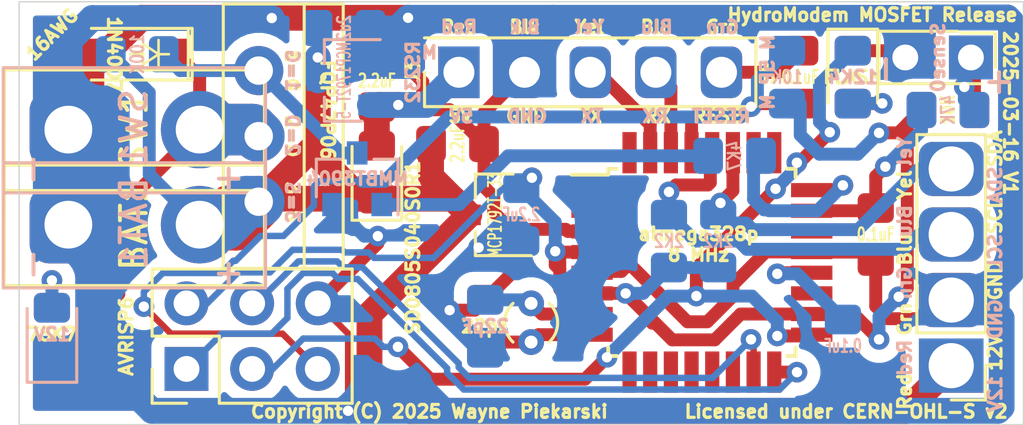
<source format=kicad_pcb>
(kicad_pcb (version 20171130) (host pcbnew 5.1.12)

  (general
    (thickness 1.6)
    (drawings 10)
    (tracks 375)
    (zones 0)
    (modules 34)
    (nets 25)
  )

  (page USLetter)
  (title_block
    (title "ATmega328P PCA9685 Watchdog")
    (date 2020-07-01)
    (company "Wayne Piekarski")
  )

  (layers
    (0 F.Cu signal)
    (31 B.Cu signal)
    (32 B.Adhes user)
    (33 F.Adhes user)
    (34 B.Paste user)
    (35 F.Paste user)
    (36 B.SilkS user)
    (37 F.SilkS user)
    (38 B.Mask user)
    (39 F.Mask user)
    (40 Dwgs.User user)
    (41 Cmts.User user)
    (42 Eco1.User user)
    (43 Eco2.User user)
    (44 Edge.Cuts user)
    (45 Margin user)
    (46 B.CrtYd user)
    (47 F.CrtYd user)
    (48 B.Fab user hide)
    (49 F.Fab user hide)
  )

  (setup
    (last_trace_width 1)
    (user_trace_width 0.5)
    (user_trace_width 1)
    (user_trace_width 2)
    (trace_clearance 0.2)
    (zone_clearance 0.508)
    (zone_45_only no)
    (trace_min 0.2)
    (via_size 0.8)
    (via_drill 0.4)
    (via_min_size 0.4)
    (via_min_drill 0.3)
    (uvia_size 0.3)
    (uvia_drill 0.1)
    (uvias_allowed no)
    (uvia_min_size 0.2)
    (uvia_min_drill 0.1)
    (edge_width 0.05)
    (segment_width 0.2)
    (pcb_text_width 0.3)
    (pcb_text_size 1.5 1.5)
    (mod_edge_width 0.12)
    (mod_text_size 1 1)
    (mod_text_width 0.15)
    (pad_size 3 3)
    (pad_drill 1.85)
    (pad_to_mask_clearance 0.0508)
    (solder_mask_min_width 0.101)
    (aux_axis_origin 0 0)
    (grid_origin 104.775 139.7)
    (visible_elements FFFFFF7F)
    (pcbplotparams
      (layerselection 0x010fc_ffffffff)
      (usegerberextensions false)
      (usegerberattributes false)
      (usegerberadvancedattributes false)
      (creategerberjobfile false)
      (excludeedgelayer true)
      (linewidth 0.100000)
      (plotframeref false)
      (viasonmask false)
      (mode 1)
      (useauxorigin false)
      (hpglpennumber 1)
      (hpglpenspeed 20)
      (hpglpendiameter 15.000000)
      (psnegative false)
      (psa4output false)
      (plotreference true)
      (plotvalue true)
      (plotinvisibletext false)
      (padsonsilk false)
      (subtractmaskfromsilk false)
      (outputformat 1)
      (mirror false)
      (drillshape 1)
      (scaleselection 1)
      (outputdirectory ""))
  )

  (net 0 "")
  (net 1 3V3)
  (net 2 "Net-(Q1-Pad1)")
  (net 3 "Net-(R5-Pad2)")
  (net 4 "Net-(Q1-Pad3)")
  (net 5 "Net-(AVRISP6-Pad4)")
  (net 6 "Net-(AVRISP6-Pad1)")
  (net 7 "Net-(D1-Pad2)")
  (net 8 RESET)
  (net 9 12V-Sw)
  (net 10 12V-In)
  (net 11 RX)
  (net 12 TX)
  (net 13 PB5_SCK)
  (net 14 "Net-(C6-Pad1)")
  (net 15 "Net-(C7-Pad2)")
  (net 16 "Net-(D2-Pad2)")
  (net 17 "Net-(C8-Pad1)")
  (net 18 GND)
  (net 19 SDA)
  (net 20 SCL)
  (net 21 "Net-(C9-Pad2)")
  (net 22 "Net-(J17-Pad1)")
  (net 23 5V-In)
  (net 24 ADC0)

  (net_class Default "This is the default net class."
    (clearance 0.2)
    (trace_width 0.25)
    (via_dia 0.8)
    (via_drill 0.4)
    (uvia_dia 0.3)
    (uvia_drill 0.1)
    (add_net 12V-In)
    (add_net 12V-Sw)
    (add_net 3V3)
    (add_net 5V-In)
    (add_net ADC0)
    (add_net GND)
    (add_net "Net-(AVRISP6-Pad1)")
    (add_net "Net-(AVRISP6-Pad4)")
    (add_net "Net-(C6-Pad1)")
    (add_net "Net-(C7-Pad2)")
    (add_net "Net-(C8-Pad1)")
    (add_net "Net-(C9-Pad2)")
    (add_net "Net-(D1-Pad2)")
    (add_net "Net-(D2-Pad2)")
    (add_net "Net-(J17-Pad1)")
    (add_net "Net-(Q1-Pad1)")
    (add_net "Net-(Q1-Pad3)")
    (add_net "Net-(R5-Pad2)")
    (add_net "Net-(U3-Pad1)")
    (add_net "Net-(U3-Pad10)")
    (add_net "Net-(U3-Pad11)")
    (add_net "Net-(U3-Pad12)")
    (add_net "Net-(U3-Pad13)")
    (add_net "Net-(U3-Pad14)")
    (add_net "Net-(U3-Pad19)")
    (add_net "Net-(U3-Pad2)")
    (add_net "Net-(U3-Pad22)")
    (add_net "Net-(U3-Pad25)")
    (add_net "Net-(U3-Pad26)")
    (add_net "Net-(U3-Pad32)")
    (add_net "Net-(U3-Pad9)")
    (add_net PB5_SCK)
    (add_net RESET)
    (add_net RX)
    (add_net SCL)
    (add_net SDA)
    (add_net TX)
  )

  (module custom:WP_C_0805_2012Metric_Pad1.15x1.40mm_HandSolder (layer B.Cu) (tedit 614E9724) (tstamp 67CE9BC3)
    (at 113.284 57.404)
    (descr "Capacitor SMD 0805 (2012 Metric), square (rectangular) end terminal, IPC_7351 nominal with elongated pad for handsoldering. (Body size source: https://docs.google.com/spreadsheets/d/1BsfQQcO9C6DZCsRaXUlFlo91Tg2WpOkGARC1WS5S8t0/edit?usp=sharing), generated with kicad-footprint-generator")
    (tags "capacitor handsolder")
    (path /613F7D4A)
    (attr smd)
    (fp_text reference C3 (at 0 1.65) (layer B.SilkS) hide
      (effects (font (size 1 1) (thickness 0.15)) (justify mirror))
    )
    (fp_text value 2u2 (at 0 0 -90) (layer B.SilkS)
      (effects (font (size 0.5 0.35) (thickness 0.0875)) (justify mirror))
    )
    (fp_text user %R (at 0 0) (layer B.Fab) hide
      (effects (font (size 0.5 0.5) (thickness 0.08)) (justify mirror))
    )
    (fp_line (start -1 -0.6) (end -1 0.6) (layer B.Fab) (width 0.1))
    (fp_line (start -1 0.6) (end 1 0.6) (layer B.Fab) (width 0.1))
    (fp_line (start 1 0.6) (end 1 -0.6) (layer B.Fab) (width 0.1))
    (fp_line (start 1 -0.6) (end -1 -0.6) (layer B.Fab) (width 0.1))
    (fp_line (start -1.85 -0.95) (end -1.85 0.95) (layer B.CrtYd) (width 0.05))
    (fp_line (start -1.85 0.95) (end 1.85 0.95) (layer B.CrtYd) (width 0.05))
    (fp_line (start 1.85 0.95) (end 1.85 -0.95) (layer B.CrtYd) (width 0.05))
    (fp_line (start 1.85 -0.95) (end -1.85 -0.95) (layer B.CrtYd) (width 0.05))
    (pad 2 smd roundrect (at 1.025 0) (size 1.15 1.4) (layers B.Cu B.Paste B.Mask) (roundrect_rratio 0.217391)
      (net 18 GND))
    (pad 1 smd roundrect (at -1.025 0) (size 1.15 1.4) (layers B.Cu B.Paste B.Mask) (roundrect_rratio 0.217391)
      (net 10 12V-In))
    (model ${KISYS3DMOD}/Capacitor_SMD.3dshapes/C_0805_2012Metric.wrl
      (at (xyz 0 0 0))
      (scale (xyz 1 1 1))
      (rotate (xyz 0 0 0))
    )
  )

  (module custom:WP_D_SOD-123 (layer F.Cu) (tedit 67D64D16) (tstamp 5FBCC614)
    (at 105.156 58.42 180)
    (descr SOD-123)
    (tags SOD-123)
    (path /5F79C0C4)
    (attr smd)
    (fp_text reference D3 (at 0.7 0 90) (layer F.Fab) hide
      (effects (font (size 0.5 0.5) (thickness 0.125)))
    )
    (fp_text value 1N4007 (at 0.762 0 270 unlocked) (layer F.SilkS)
      (effects (font (size 0.5 0.5) (thickness 0.125)))
    )
    (fp_line (start -2.1 -1) (end -2.1 1) (layer F.SilkS) (width 0.12))
    (fp_line (start -2.25 -1) (end 1.65 -1) (layer F.SilkS) (width 0.12))
    (fp_line (start -2.25 1) (end 1.65 1) (layer F.SilkS) (width 0.12))
    (fp_line (start -2.35 -1.15) (end -2.35 1.15) (layer F.CrtYd) (width 0.05))
    (fp_line (start 2.35 1.15) (end -2.35 1.15) (layer F.CrtYd) (width 0.05))
    (fp_line (start 2.35 -1.15) (end 2.35 1.15) (layer F.CrtYd) (width 0.05))
    (fp_line (start -2.35 -1.15) (end 2.35 -1.15) (layer F.CrtYd) (width 0.05))
    (fp_line (start -1.4 -0.9) (end 1.4 -0.9) (layer F.Fab) (width 0.1))
    (fp_line (start 1.4 -0.9) (end 1.4 0.9) (layer F.Fab) (width 0.1))
    (fp_line (start 1.4 0.9) (end -1.4 0.9) (layer F.Fab) (width 0.1))
    (fp_line (start -1.4 0.9) (end -1.4 -0.9) (layer F.Fab) (width 0.1))
    (fp_line (start -1.35 0) (end -0.95 0) (layer F.SilkS) (width 0.1))
    (fp_line (start -0.95 0) (end -0.95 -0.55) (layer F.SilkS) (width 0.1))
    (fp_line (start -0.95 0) (end -0.95 0.55) (layer F.SilkS) (width 0.1))
    (fp_line (start -0.95 0) (end -0.35 -0.4) (layer F.SilkS) (width 0.1))
    (fp_line (start -0.35 -0.4) (end -0.35 0.4) (layer F.SilkS) (width 0.1))
    (fp_line (start -0.35 0.4) (end -0.95 0) (layer F.SilkS) (width 0.1))
    (fp_line (start -0.35 0) (end 0.15 0) (layer F.SilkS) (width 0.1))
    (fp_line (start -2.25 -1) (end -2.25 1) (layer F.SilkS) (width 0.12))
    (fp_text user %R (at 0 -2) (layer F.Fab)
      (effects (font (size 1 1) (thickness 0.15)))
    )
    (pad 2 smd rect (at 1.65 0 180) (size 0.9 1.2) (layers F.Cu F.Paste F.Mask)
      (net 18 GND))
    (pad 1 smd rect (at -1.65 0 180) (size 0.9 1.2) (layers F.Cu F.Paste F.Mask)
      (net 9 12V-Sw))
    (model ${KISYS3DMOD}/Diode_SMD.3dshapes/D_SOD-123.wrl
      (at (xyz 0 0 0))
      (scale (xyz 1 1 1))
      (rotate (xyz 0 0 0))
    )
  )

  (module custom:WP_R_0805_2012Metric_Pad1.15x1.40mm_HandSolder (layer F.Cu) (tedit 614E96E4) (tstamp 65FD485E)
    (at 136.652 60.579 180)
    (descr "Resistor SMD 0805 (2012 Metric), square (rectangular) end terminal, IPC_7351 nominal with elongated pad for handsoldering. (Body size source: https://docs.google.com/spreadsheets/d/1BsfQQcO9C6DZCsRaXUlFlo91Tg2WpOkGARC1WS5S8t0/edit?usp=sharing), generated with kicad-footprint-generator")
    (tags "resistor handsolder")
    (path /6601D7FE)
    (attr smd)
    (fp_text reference R7 (at 0 0 90) (layer F.SilkS) hide
      (effects (font (size 0.5 0.5) (thickness 0.125)))
    )
    (fp_text value 10K (at 0 0 90) (layer F.SilkS)
      (effects (font (size 0.5 0.4) (thickness 0.0875)))
    )
    (fp_line (start 1.85 0.95) (end -1.85 0.95) (layer F.CrtYd) (width 0.05))
    (fp_line (start 1.85 -0.95) (end 1.85 0.95) (layer F.CrtYd) (width 0.05))
    (fp_line (start -1.85 -0.95) (end 1.85 -0.95) (layer F.CrtYd) (width 0.05))
    (fp_line (start -1.85 0.95) (end -1.85 -0.95) (layer F.CrtYd) (width 0.05))
    (fp_line (start 1 0.6) (end -1 0.6) (layer F.Fab) (width 0.1))
    (fp_line (start 1 -0.6) (end 1 0.6) (layer F.Fab) (width 0.1))
    (fp_line (start -1 -0.6) (end 1 -0.6) (layer F.Fab) (width 0.1))
    (fp_line (start -1 0.6) (end -1 -0.6) (layer F.Fab) (width 0.1))
    (fp_text user %R (at 0 0 90) (layer F.SilkS) hide
      (effects (font (size 0.5 0.5) (thickness 0.08)))
    )
    (pad 2 smd roundrect (at 1.025 0 180) (size 1.15 1.4) (layers F.Cu F.Paste F.Mask) (roundrect_rratio 0.217391)
      (net 1 3V3))
    (pad 1 smd roundrect (at -1.025 0 180) (size 1.15 1.4) (layers F.Cu F.Paste F.Mask) (roundrect_rratio 0.217391)
      (net 22 "Net-(J17-Pad1)"))
    (model ${KISYS3DMOD}/Resistor_SMD.3dshapes/R_0805_2012Metric.wrl
      (at (xyz 0 0 0))
      (scale (xyz 1 1 1))
      (rotate (xyz 0 0 0))
    )
  )

  (module custom:WP_R_0805_2012Metric_Pad1.15x1.40mm_HandSolder (layer B.Cu) (tedit 614E96E4) (tstamp 67D5DD77)
    (at 136.652 60.579)
    (descr "Resistor SMD 0805 (2012 Metric), square (rectangular) end terminal, IPC_7351 nominal with elongated pad for handsoldering. (Body size source: https://docs.google.com/spreadsheets/d/1BsfQQcO9C6DZCsRaXUlFlo91Tg2WpOkGARC1WS5S8t0/edit?usp=sharing), generated with kicad-footprint-generator")
    (tags "resistor handsolder")
    (path /67D7EE75)
    (attr smd)
    (fp_text reference R1 (at 0 0 -90) (layer B.SilkS) hide
      (effects (font (size 0.5 0.5) (thickness 0.125)) (justify mirror))
    )
    (fp_text value 47K (at 0 0 -90) (layer B.SilkS)
      (effects (font (size 0.5 0.4) (thickness 0.0875)) (justify mirror))
    )
    (fp_line (start 1.85 -0.95) (end -1.85 -0.95) (layer B.CrtYd) (width 0.05))
    (fp_line (start 1.85 0.95) (end 1.85 -0.95) (layer B.CrtYd) (width 0.05))
    (fp_line (start -1.85 0.95) (end 1.85 0.95) (layer B.CrtYd) (width 0.05))
    (fp_line (start -1.85 -0.95) (end -1.85 0.95) (layer B.CrtYd) (width 0.05))
    (fp_line (start 1 -0.6) (end -1 -0.6) (layer B.Fab) (width 0.1))
    (fp_line (start 1 0.6) (end 1 -0.6) (layer B.Fab) (width 0.1))
    (fp_line (start -1 0.6) (end 1 0.6) (layer B.Fab) (width 0.1))
    (fp_line (start -1 -0.6) (end -1 0.6) (layer B.Fab) (width 0.1))
    (fp_text user %R (at 0 0 -90) (layer B.SilkS) hide
      (effects (font (size 0.5 0.5) (thickness 0.08)) (justify mirror))
    )
    (pad 2 smd roundrect (at 1.025 0) (size 1.15 1.4) (layers B.Cu B.Paste B.Mask) (roundrect_rratio 0.217391)
      (net 22 "Net-(J17-Pad1)"))
    (pad 1 smd roundrect (at -1.025 0) (size 1.15 1.4) (layers B.Cu B.Paste B.Mask) (roundrect_rratio 0.217391)
      (net 24 ADC0))
    (model ${KISYS3DMOD}/Resistor_SMD.3dshapes/R_0805_2012Metric.wrl
      (at (xyz 0 0 0))
      (scale (xyz 1 1 1))
      (rotate (xyz 0 0 0))
    )
  )

  (module custom:WP_C_0805_2012Metric_Pad1.15x1.40mm_HandSolder (layer F.Cu) (tedit 614E9724) (tstamp 67D5DB1E)
    (at 133.858 65.405 90)
    (descr "Capacitor SMD 0805 (2012 Metric), square (rectangular) end terminal, IPC_7351 nominal with elongated pad for handsoldering. (Body size source: https://docs.google.com/spreadsheets/d/1BsfQQcO9C6DZCsRaXUlFlo91Tg2WpOkGARC1WS5S8t0/edit?usp=sharing), generated with kicad-footprint-generator")
    (tags "capacitor handsolder")
    (path /67D8C8B8)
    (attr smd)
    (fp_text reference C5 (at 0 -1.65 90) (layer F.SilkS) hide
      (effects (font (size 1 1) (thickness 0.15)))
    )
    (fp_text value 0.1uF (at 0 0) (layer F.SilkS)
      (effects (font (size 0.5 0.35) (thickness 0.0875)))
    )
    (fp_line (start -1 0.6) (end -1 -0.6) (layer F.Fab) (width 0.1))
    (fp_line (start -1 -0.6) (end 1 -0.6) (layer F.Fab) (width 0.1))
    (fp_line (start 1 -0.6) (end 1 0.6) (layer F.Fab) (width 0.1))
    (fp_line (start 1 0.6) (end -1 0.6) (layer F.Fab) (width 0.1))
    (fp_line (start -1.85 0.95) (end -1.85 -0.95) (layer F.CrtYd) (width 0.05))
    (fp_line (start -1.85 -0.95) (end 1.85 -0.95) (layer F.CrtYd) (width 0.05))
    (fp_line (start 1.85 -0.95) (end 1.85 0.95) (layer F.CrtYd) (width 0.05))
    (fp_line (start 1.85 0.95) (end -1.85 0.95) (layer F.CrtYd) (width 0.05))
    (fp_text user %R (at 0 0 90) (layer F.Fab) hide
      (effects (font (size 0.5 0.5) (thickness 0.08)))
    )
    (pad 2 smd roundrect (at 1.025 0 90) (size 1.15 1.4) (layers F.Cu F.Paste F.Mask) (roundrect_rratio 0.217391)
      (net 24 ADC0))
    (pad 1 smd roundrect (at -1.025 0 90) (size 1.15 1.4) (layers F.Cu F.Paste F.Mask) (roundrect_rratio 0.217391)
      (net 18 GND))
    (model ${KISYS3DMOD}/Capacitor_SMD.3dshapes/C_0805_2012Metric.wrl
      (at (xyz 0 0 0))
      (scale (xyz 1 1 1))
      (rotate (xyz 0 0 0))
    )
  )

  (module Connector_PinHeader_2.54mm:PinHeader_2x03_P2.54mm_Vertical (layer F.Cu) (tedit 59FED5CC) (tstamp 67D08949)
    (at 107.188 70.612 90)
    (descr "Through hole straight pin header, 2x03, 2.54mm pitch, double rows")
    (tags "Through hole pin header THT 2x03 2.54mm double row")
    (path /5EFCCAD5)
    (fp_text reference AVRISP6 (at 1.27 -2.33 90) (layer F.SilkS)
      (effects (font (size 0.5 0.5) (thickness 0.125)))
    )
    (fp_text value AVR-ISP-6 (at 1.27 7.41 90) (layer F.Fab)
      (effects (font (size 1 1) (thickness 0.15)))
    )
    (fp_line (start 4.35 -1.8) (end -1.8 -1.8) (layer F.CrtYd) (width 0.05))
    (fp_line (start 4.35 6.85) (end 4.35 -1.8) (layer F.CrtYd) (width 0.05))
    (fp_line (start -1.8 6.85) (end 4.35 6.85) (layer F.CrtYd) (width 0.05))
    (fp_line (start -1.8 -1.8) (end -1.8 6.85) (layer F.CrtYd) (width 0.05))
    (fp_line (start -1.33 -1.33) (end 0 -1.33) (layer F.SilkS) (width 0.12))
    (fp_line (start -1.33 0) (end -1.33 -1.33) (layer F.SilkS) (width 0.12))
    (fp_line (start 1.27 -1.33) (end 3.87 -1.33) (layer F.SilkS) (width 0.12))
    (fp_line (start 1.27 1.27) (end 1.27 -1.33) (layer F.SilkS) (width 0.12))
    (fp_line (start -1.33 1.27) (end 1.27 1.27) (layer F.SilkS) (width 0.12))
    (fp_line (start 3.87 -1.33) (end 3.87 6.41) (layer F.SilkS) (width 0.12))
    (fp_line (start -1.33 1.27) (end -1.33 6.41) (layer F.SilkS) (width 0.12))
    (fp_line (start -1.33 6.41) (end 3.87 6.41) (layer F.SilkS) (width 0.12))
    (fp_line (start -1.27 0) (end 0 -1.27) (layer F.Fab) (width 0.1))
    (fp_line (start -1.27 6.35) (end -1.27 0) (layer F.Fab) (width 0.1))
    (fp_line (start 3.81 6.35) (end -1.27 6.35) (layer F.Fab) (width 0.1))
    (fp_line (start 3.81 -1.27) (end 3.81 6.35) (layer F.Fab) (width 0.1))
    (fp_line (start 0 -1.27) (end 3.81 -1.27) (layer F.Fab) (width 0.1))
    (fp_text user %R (at 1.27 2.54) (layer F.Fab)
      (effects (font (size 1 1) (thickness 0.15)))
    )
    (pad 6 thru_hole oval (at 2.54 5.08 90) (size 1.7 1.7) (drill 1) (layers *.Cu *.Mask)
      (net 18 GND))
    (pad 5 thru_hole oval (at 0 5.08 90) (size 1.7 1.7) (drill 1) (layers *.Cu *.Mask)
      (net 8 RESET))
    (pad 4 thru_hole oval (at 2.54 2.54 90) (size 1.7 1.7) (drill 1) (layers *.Cu *.Mask)
      (net 5 "Net-(AVRISP6-Pad4)"))
    (pad 3 thru_hole oval (at 0 2.54 90) (size 1.7 1.7) (drill 1) (layers *.Cu *.Mask)
      (net 13 PB5_SCK))
    (pad 2 thru_hole oval (at 2.54 0 90) (size 1.7 1.7) (drill 1) (layers *.Cu *.Mask)
      (net 1 3V3))
    (pad 1 thru_hole rect (at 0 0 90) (size 1.7 1.7) (drill 1) (layers *.Cu *.Mask)
      (net 6 "Net-(AVRISP6-Pad1)"))
    (model ${KISYS3DMOD}/Connector_PinHeader_2.54mm.3dshapes/PinHeader_2x03_P2.54mm_Vertical.wrl
      (at (xyz 0 0 0))
      (scale (xyz 1 1 1))
      (rotate (xyz 0 0 0))
    )
  )

  (module custom:WP_TerminalBlock_16AWG_bornier-2_P5.08mm (layer F.Cu) (tedit 67D6427F) (tstamp 67D64671)
    (at 107.696 61.341 180)
    (descr "simple 2-pin terminal block, pitch 5.08mm, revamped version of bornier2")
    (tags "terminal block bornier2")
    (path /67D06698)
    (fp_text reference SW1 (at 2.54 0 270) (layer F.SilkS)
      (effects (font (size 1 1) (thickness 0.15)))
    )
    (fp_text value 12V (at 2.6 2.55 180) (layer F.SilkS) hide
      (effects (font (size 1 1) (thickness 0.15)))
    )
    (fp_line (start 7.7 2.5) (end -2.7 2.5) (layer F.CrtYd) (width 0.05))
    (fp_line (start 7.7 2.5) (end 7.7 -2.55) (layer F.CrtYd) (width 0.05))
    (fp_line (start -2.7 -2.55) (end -2.7 2.5) (layer F.CrtYd) (width 0.05))
    (fp_line (start -2.7 -2.55) (end 7.7 -2.55) (layer F.CrtYd) (width 0.05))
    (fp_line (start -2.55 2.4) (end 7.55 2.4) (layer B.SilkS) (width 0.12))
    (fp_line (start -2.55 -2.45) (end -2.55 2.4) (layer B.SilkS) (width 0.12))
    (fp_line (start 7.6 -2.45) (end -2.55 -2.45) (layer B.SilkS) (width 0.12))
    (fp_line (start 7.6 2.4) (end 7.6 -2.45) (layer B.SilkS) (width 0.12))
    (fp_line (start 7.5 -2.35) (end -2.5 -2.35) (layer F.SilkS) (width 0.1))
    (fp_line (start 7.54 2.3) (end 7.55 -2.35) (layer F.SilkS) (width 0.1))
    (fp_line (start -2.46 2.3) (end 7.54 2.3) (layer F.SilkS) (width 0.1))
    (fp_line (start -2.5 -2.35) (end -2.5 2.3) (layer F.SilkS) (width 0.1))
    (fp_text user %R (at 2.55 0.05 270) (layer B.SilkS)
      (effects (font (size 1 1) (thickness 0.15)) (justify mirror))
    )
    (fp_text user + (at -1.05 -1.9 90) (layer B.SilkS)
      (effects (font (size 1 1) (thickness 0.15)) (justify mirror))
    )
    (fp_text user - (at 6.5 -1.55 90) (layer B.SilkS)
      (effects (font (size 1 1) (thickness 0.15)) (justify mirror))
    )
    (fp_text user - (at 6.5 -1.55 90) (layer F.SilkS)
      (effects (font (size 1 1) (thickness 0.15)))
    )
    (fp_text user + (at -1.05 -1.9 90) (layer F.SilkS)
      (effects (font (size 1 1) (thickness 0.15)))
    )
    (pad 2 thru_hole roundrect (at 5.08 0 180) (size 3 3) (drill 1.85) (layers *.Cu *.Mask) (roundrect_rratio 0.25)
      (net 18 GND))
    (pad 1 thru_hole circle (at 0 0 180) (size 3 3) (drill 1.85) (layers *.Cu *.Mask)
      (net 9 12V-Sw))
    (model ${KISYS3DMOD}/TerminalBlock.3dshapes/TerminalBlock_bornier-2_P5.08mm.wrl
      (offset (xyz 2.539999961853027 0 0))
      (scale (xyz 1 1 1))
      (rotate (xyz 0 0 0))
    )
  )

  (module custom:WP_SOT-23 (layer B.Cu) (tedit 5F44C7D9) (tstamp 67CE9F70)
    (at 113.284 59.436 180)
    (descr "SOT-23, Standard")
    (tags SOT-23)
    (path /613F7D50)
    (attr smd)
    (fp_text reference U2 (at 0 2.5) (layer B.SilkS) hide
      (effects (font (size 1 1) (thickness 0.15)) (justify mirror))
    )
    (fp_text value MCP1792T-5 (at 0 0 270) (layer B.SilkS)
      (effects (font (size 0.5 0.3) (thickness 0.075)) (justify mirror))
    )
    (fp_line (start -0.7 0.95) (end -0.7 -1.5) (layer B.Fab) (width 0.1))
    (fp_line (start -0.15 1.52) (end 0.7 1.52) (layer B.Fab) (width 0.1))
    (fp_line (start -0.7 0.95) (end -0.15 1.52) (layer B.Fab) (width 0.1))
    (fp_line (start 0.7 1.52) (end 0.7 -1.52) (layer B.Fab) (width 0.1))
    (fp_line (start -0.7 -1.52) (end 0.7 -1.52) (layer B.Fab) (width 0.1))
    (fp_line (start 0.76 -1.58) (end 0.76 -0.65) (layer B.SilkS) (width 0.12))
    (fp_line (start 0.76 1.58) (end 0.76 0.65) (layer B.SilkS) (width 0.12))
    (fp_line (start -1.7 1.75) (end 1.7 1.75) (layer B.CrtYd) (width 0.05))
    (fp_line (start 1.7 1.75) (end 1.7 -1.75) (layer B.CrtYd) (width 0.05))
    (fp_line (start 1.7 -1.75) (end -1.7 -1.75) (layer B.CrtYd) (width 0.05))
    (fp_line (start -1.7 -1.75) (end -1.7 1.75) (layer B.CrtYd) (width 0.05))
    (fp_line (start 0.76 1.58) (end -1.4 1.58) (layer B.SilkS) (width 0.12))
    (fp_line (start 0.76 -1.58) (end -0.7 -1.58) (layer B.SilkS) (width 0.12))
    (fp_text user %R (at 0 0 -90) (layer B.SilkS) hide
      (effects (font (size 0.5 0.5) (thickness 0.075)) (justify mirror))
    )
    (pad 3 smd rect (at 1 0 180) (size 0.9 0.8) (layers B.Cu B.Paste B.Mask)
      (net 10 12V-In))
    (pad 2 smd rect (at -1 -0.95 180) (size 0.9 0.8) (layers B.Cu B.Paste B.Mask)
      (net 23 5V-In))
    (pad 1 smd rect (at -1 0.95 180) (size 0.9 0.8) (layers B.Cu B.Paste B.Mask)
      (net 18 GND))
    (model ${KISYS3DMOD}/Package_TO_SOT_SMD.3dshapes/SOT-23.wrl
      (at (xyz 0 0 0))
      (scale (xyz 1 1 1))
      (rotate (xyz 0 0 0))
    )
  )

  (module custom:WP_LED_0805_2012Metric_Pad1.15x1.40mm_HandSolder (layer F.Cu) (tedit 5F874D77) (tstamp 67CE9CCF)
    (at 114.554 62.992 90)
    (descr "LED SMD 0805 (2012 Metric), square (rectangular) end terminal, IPC_7351 nominal, (Body size source: https://docs.google.com/spreadsheets/d/1BsfQQcO9C6DZCsRaXUlFlo91Tg2WpOkGARC1WS5S8t0/edit?usp=sharing), generated with kicad-footprint-generator")
    (tags "LED handsolder")
    (path /6154626D)
    (attr smd)
    (fp_text reference D4 (at 0 -1.65 90) (layer F.Fab)
      (effects (font (size 1 1) (thickness 0.15)))
    )
    (fp_text value SD0805S040S0R1 (at -2.921 1.397 90) (layer F.SilkS)
      (effects (font (size 0.5 0.5) (thickness 0.125)))
    )
    (fp_line (start 1.85 0.95) (end -1.85 0.95) (layer F.CrtYd) (width 0.05))
    (fp_line (start 1.85 -0.95) (end 1.85 0.95) (layer F.CrtYd) (width 0.05))
    (fp_line (start -1.85 -0.95) (end 1.85 -0.95) (layer F.CrtYd) (width 0.05))
    (fp_line (start -1.85 0.95) (end -1.85 -0.95) (layer F.CrtYd) (width 0.05))
    (fp_line (start -1.86 0.96) (end 1 0.96) (layer F.SilkS) (width 0.12))
    (fp_line (start -1.86 -0.96) (end -1.86 0.96) (layer F.SilkS) (width 0.12))
    (fp_line (start 1 -0.96) (end -1.86 -0.96) (layer F.SilkS) (width 0.12))
    (fp_line (start 1 0.6) (end 1 -0.6) (layer F.Fab) (width 0.1))
    (fp_line (start -1 0.6) (end 1 0.6) (layer F.Fab) (width 0.1))
    (fp_line (start -1 -0.3) (end -1 0.6) (layer F.Fab) (width 0.1))
    (fp_line (start -0.7 -0.6) (end -1 -0.3) (layer F.Fab) (width 0.1))
    (fp_line (start 1 -0.6) (end -0.7 -0.6) (layer F.Fab) (width 0.1))
    (fp_text user %R (at 0 0 90) (layer F.Fab)
      (effects (font (size 0.5 0.5) (thickness 0.08)))
    )
    (pad 2 smd roundrect (at 1.025 0 90) (size 1.15 1.4) (layers F.Cu F.Paste F.Mask) (roundrect_rratio 0.217391)
      (net 23 5V-In))
    (pad 1 smd roundrect (at -1.025 0 90) (size 1.15 1.4) (layers F.Cu F.Paste F.Mask) (roundrect_rratio 0.217391)
      (net 10 12V-In))
    (model ${KISYS3DMOD}/LED_SMD.3dshapes/LED_0805_2012Metric.wrl
      (at (xyz 0 0 0))
      (scale (xyz 1 1 1))
      (rotate (xyz 0 0 0))
    )
  )

  (module custom:WP_C_0805_2012Metric_Pad1.15x1.40mm_HandSolder (layer F.Cu) (tedit 614E9724) (tstamp 67CE9BD2)
    (at 114.554 59.445 90)
    (descr "Capacitor SMD 0805 (2012 Metric), square (rectangular) end terminal, IPC_7351 nominal with elongated pad for handsoldering. (Body size source: https://docs.google.com/spreadsheets/d/1BsfQQcO9C6DZCsRaXUlFlo91Tg2WpOkGARC1WS5S8t0/edit?usp=sharing), generated with kicad-footprint-generator")
    (tags "capacitor handsolder")
    (path /613F7D59)
    (attr smd)
    (fp_text reference C4 (at 0 -1.65 90) (layer F.SilkS) hide
      (effects (font (size 1 1) (thickness 0.15)))
    )
    (fp_text value 2.2uF (at 0 0) (layer F.SilkS)
      (effects (font (size 0.5 0.35) (thickness 0.0875)))
    )
    (fp_line (start -1 0.6) (end -1 -0.6) (layer F.Fab) (width 0.1))
    (fp_line (start -1 -0.6) (end 1 -0.6) (layer F.Fab) (width 0.1))
    (fp_line (start 1 -0.6) (end 1 0.6) (layer F.Fab) (width 0.1))
    (fp_line (start 1 0.6) (end -1 0.6) (layer F.Fab) (width 0.1))
    (fp_line (start -1.85 0.95) (end -1.85 -0.95) (layer F.CrtYd) (width 0.05))
    (fp_line (start -1.85 -0.95) (end 1.85 -0.95) (layer F.CrtYd) (width 0.05))
    (fp_line (start 1.85 -0.95) (end 1.85 0.95) (layer F.CrtYd) (width 0.05))
    (fp_line (start 1.85 0.95) (end -1.85 0.95) (layer F.CrtYd) (width 0.05))
    (fp_text user %R (at 0 0 90) (layer F.Fab) hide
      (effects (font (size 0.5 0.5) (thickness 0.08)))
    )
    (pad 2 smd roundrect (at 1.025 0 90) (size 1.15 1.4) (layers F.Cu F.Paste F.Mask) (roundrect_rratio 0.217391)
      (net 18 GND))
    (pad 1 smd roundrect (at -1.025 0 90) (size 1.15 1.4) (layers F.Cu F.Paste F.Mask) (roundrect_rratio 0.217391)
      (net 23 5V-In))
    (model ${KISYS3DMOD}/Capacitor_SMD.3dshapes/C_0805_2012Metric.wrl
      (at (xyz 0 0 0))
      (scale (xyz 1 1 1))
      (rotate (xyz 0 0 0))
    )
  )

  (module custom:WP_TerminalBlock_16AWG_bornier-2_P5.08mm (layer F.Cu) (tedit 67D64287) (tstamp 67D6462F)
    (at 107.696 65.024 180)
    (descr "simple 2-pin terminal block, pitch 5.08mm, revamped version of bornier2")
    (tags "terminal block bornier2")
    (path /67D64F4C)
    (fp_text reference BAT1 (at 2.54 0 270) (layer F.SilkS)
      (effects (font (size 1 1) (thickness 0.15)))
    )
    (fp_text value 12V (at 2.6 2.55 180) (layer F.SilkS) hide
      (effects (font (size 1 1) (thickness 0.15)))
    )
    (fp_line (start -2.5 -2.35) (end -2.5 2.3) (layer F.SilkS) (width 0.1))
    (fp_line (start -2.46 2.3) (end 7.54 2.3) (layer F.SilkS) (width 0.1))
    (fp_line (start 7.54 2.3) (end 7.55 -2.35) (layer F.SilkS) (width 0.1))
    (fp_line (start 7.5 -2.35) (end -2.5 -2.35) (layer F.SilkS) (width 0.1))
    (fp_line (start 7.6 2.4) (end 7.6 -2.45) (layer B.SilkS) (width 0.12))
    (fp_line (start 7.6 -2.45) (end -2.55 -2.45) (layer B.SilkS) (width 0.12))
    (fp_line (start -2.55 -2.45) (end -2.55 2.4) (layer B.SilkS) (width 0.12))
    (fp_line (start -2.55 2.4) (end 7.55 2.4) (layer B.SilkS) (width 0.12))
    (fp_line (start -2.7 -2.55) (end 7.7 -2.55) (layer F.CrtYd) (width 0.05))
    (fp_line (start -2.7 -2.55) (end -2.7 2.5) (layer F.CrtYd) (width 0.05))
    (fp_line (start 7.7 2.5) (end 7.7 -2.55) (layer F.CrtYd) (width 0.05))
    (fp_line (start 7.7 2.5) (end -2.7 2.5) (layer F.CrtYd) (width 0.05))
    (fp_text user %R (at 2.55 0.05 270) (layer B.SilkS)
      (effects (font (size 1 1) (thickness 0.15)) (justify mirror))
    )
    (fp_text user + (at -1.05 -1.9 90) (layer B.SilkS)
      (effects (font (size 1 1) (thickness 0.15)) (justify mirror))
    )
    (fp_text user - (at 6.5 -1.55 90) (layer B.SilkS)
      (effects (font (size 1 1) (thickness 0.15)) (justify mirror))
    )
    (fp_text user - (at 6.5 -1.55 90) (layer F.SilkS)
      (effects (font (size 1 1) (thickness 0.15)))
    )
    (fp_text user + (at -1.05 -1.9 90) (layer F.SilkS)
      (effects (font (size 1 1) (thickness 0.15)))
    )
    (pad 2 thru_hole roundrect (at 5.08 0 180) (size 3 3) (drill 1.85) (layers *.Cu *.Mask) (roundrect_rratio 0.25)
      (net 18 GND))
    (pad 1 thru_hole circle (at 0 0 180) (size 3 3) (drill 1.85) (layers *.Cu *.Mask)
      (net 10 12V-In))
    (model ${KISYS3DMOD}/TerminalBlock.3dshapes/TerminalBlock_bornier-2_P5.08mm.wrl
      (offset (xyz 2.539999961853027 0 0))
      (scale (xyz 1 1 1))
      (rotate (xyz 0 0 0))
    )
  )

  (module custom:WP_Power_PinHeader_1x02_P2.54mm_Vertical (layer F.Cu) (tedit 653F47A5) (tstamp 65FD472C)
    (at 137.541 58.547 270)
    (descr "Through hole straight pin header, 1x02, 2.54mm pitch, single row")
    (tags "Through hole pin header THT 1x02 2.54mm single row")
    (path /6603E39B)
    (fp_text reference J17 (at 0 -3.048 90) (layer F.SilkS) hide
      (effects (font (size 0.5 0.5) (thickness 0.125)))
    )
    (fp_text value Sense0 (at 0 1.27 90) (layer B.SilkS)
      (effects (font (size 0.5 0.5) (thickness 0.125)) (justify mirror))
    )
    (fp_line (start -0.635 -1.27) (end 1.27 -1.27) (layer F.Fab) (width 0.1))
    (fp_line (start 1.27 -1.27) (end 1.27 3.81) (layer F.Fab) (width 0.1))
    (fp_line (start 1.27 3.81) (end -1.27 3.81) (layer F.Fab) (width 0.1))
    (fp_line (start -1.27 3.81) (end -1.27 -0.635) (layer F.Fab) (width 0.1))
    (fp_line (start -1.27 -0.635) (end -0.635 -1.27) (layer F.Fab) (width 0.1))
    (fp_line (start -1.016 3.556) (end 1.016 3.556) (layer F.SilkS) (width 0.12))
    (fp_line (start -1.016 0.508) (end -1.016 3.556) (layer F.SilkS) (width 0.12))
    (fp_line (start 1.016 -0.381) (end 1.016 3.556) (layer F.SilkS) (width 0.12))
    (fp_line (start -0.949 0.381) (end -0.949 -0.949) (layer F.SilkS) (width 0.12))
    (fp_line (start -0.949 -0.949) (end 0.381 -0.949) (layer F.SilkS) (width 0.12))
    (fp_line (start -1.016 -1.016) (end -1.016 3.556) (layer F.CrtYd) (width 0.05))
    (fp_line (start -1.016 3.556) (end 1.016 3.556) (layer F.CrtYd) (width 0.05))
    (fp_line (start 1.016 3.556) (end 1.016 -1.016) (layer F.CrtYd) (width 0.05))
    (fp_line (start 1.016 -1.016) (end -1.016 -1.016) (layer F.CrtYd) (width 0.05))
    (fp_text user - (at 0.4445 3.3655 90) (layer B.SilkS)
      (effects (font (size 1 1) (thickness 0.15)))
    )
    (fp_text user + (at 0.9525 -1.016 90) (layer B.SilkS)
      (effects (font (size 1 1) (thickness 0.15)) (justify mirror))
    )
    (fp_text user - (at 0.4445 3.3655 90) (layer F.SilkS)
      (effects (font (size 1 1) (thickness 0.15)))
    )
    (fp_text user + (at 0.9525 -1.016 90) (layer F.SilkS)
      (effects (font (size 1 1) (thickness 0.15)))
    )
    (fp_text user %R (at 0 1.27) (layer F.Fab)
      (effects (font (size 1 1) (thickness 0.15)))
    )
    (pad 2 thru_hole oval (at 0 2.54 270) (size 1.7 1.7) (drill 1) (layers *.Cu *.Mask)
      (net 18 GND))
    (pad 1 thru_hole rect (at 0 0 270) (size 1.7 1.7) (drill 1) (layers *.Cu *.Mask)
      (net 22 "Net-(J17-Pad1)"))
    (model ${KISYS3DMOD}/Connector_PinHeader_2.54mm.3dshapes/PinHeader_1x02_P2.54mm_Vertical.wrl
      (at (xyz 0 0 0))
      (scale (xyz 1 1 1))
      (rotate (xyz 0 0 0))
    )
  )

  (module custom:WP_Serial_5P_M (layer F.Cu) (tedit 652CA358) (tstamp 65FD874F)
    (at 117.729 59.12 90)
    (descr "Through hole straight pin header, 1x05, 2.54mm pitch, single row")
    (tags "Through hole pin header THT 1x05 2.54mm single row")
    (path /5FC2CA83)
    (fp_text reference J3 (at 0 -1.778 270) (layer F.SilkS)
      (effects (font (size 0.5 0.5) (thickness 0.125)))
    )
    (fp_text value RS232 (at 0 -1.778 270) (layer B.SilkS)
      (effects (font (size 0.5 0.5) (thickness 0.125)) (justify mirror))
    )
    (fp_line (start -0.635 -1.27) (end 1.27 -1.27) (layer F.Fab) (width 0.1))
    (fp_line (start 1.27 -1.27) (end 1.27 11.43) (layer F.Fab) (width 0.1))
    (fp_line (start 1.27 11.43) (end -1.27 11.43) (layer F.Fab) (width 0.1))
    (fp_line (start -1.27 11.43) (end -1.27 -0.635) (layer F.Fab) (width 0.1))
    (fp_line (start -1.27 -0.635) (end -0.635 -1.27) (layer F.Fab) (width 0.1))
    (fp_line (start -1.33 11.49) (end 1.33 11.49) (layer F.SilkS) (width 0.12))
    (fp_line (start -1.33 0.127) (end -1.33 11.49) (layer F.SilkS) (width 0.12))
    (fp_line (start 1.3335 -1.3335) (end 1.33 11.49) (layer F.SilkS) (width 0.12))
    (fp_line (start -1.33 0) (end -1.33 -1.33) (layer F.SilkS) (width 0.12))
    (fp_line (start -1.33 -1.33) (end 0 -1.33) (layer F.SilkS) (width 0.12))
    (fp_line (start -1.8 -1.8) (end -1.8 11.95) (layer F.CrtYd) (width 0.05))
    (fp_line (start -1.8 11.95) (end 1.8 11.95) (layer F.CrtYd) (width 0.05))
    (fp_line (start 1.8 11.95) (end 1.8 -1.8) (layer F.CrtYd) (width 0.05))
    (fp_line (start 1.8 -1.8) (end -1.8 -1.8) (layer F.CrtYd) (width 0.05))
    (fp_text user M (at 0.762 -1.143) (layer B.SilkS)
      (effects (font (size 0.5 0.5) (thickness 0.125)) (justify mirror))
    )
    (fp_text user M (at 0.762 -1.143) (layer F.SilkS)
      (effects (font (size 0.5 0.5) (thickness 0.125)))
    )
    (fp_text user "M 5P M" (at 0 11.938 270) (layer F.SilkS)
      (effects (font (size 0.5 0.5) (thickness 0.125)))
    )
    (fp_text user "M 5P M" (at 0 11.938 270) (layer B.SilkS)
      (effects (font (size 0.5 0.5) (thickness 0.125)) (justify mirror))
    )
    (fp_text user TX (at -1.7 5.15) (layer B.SilkS)
      (effects (font (size 0.5 0.5) (thickness 0.125)) (justify mirror))
    )
    (fp_text user GND (at -1.7 2.65 180) (layer B.SilkS)
      (effects (font (size 0.5 0.5) (thickness 0.125)) (justify mirror))
    )
    (fp_text user RX (at -1.7 7.6) (layer B.SilkS)
      (effects (font (size 0.5 0.5) (thickness 0.125)) (justify mirror))
    )
    (fp_text user RESET (at -1.7 10.15) (layer B.SilkS)
      (effects (font (size 0.5 0.5) (thickness 0.125)) (justify mirror))
    )
    (fp_text user 5V (at -1.7 0.1) (layer B.SilkS)
      (effects (font (size 0.5 0.5) (thickness 0.125)) (justify mirror))
    )
    (fp_text user Red (at 1.75 0) (layer B.SilkS)
      (effects (font (size 0.5 0.5) (thickness 0.125)) (justify mirror))
    )
    (fp_text user Blu (at 1.75 7.65) (layer B.SilkS)
      (effects (font (size 0.5 0.5) (thickness 0.125)) (justify mirror))
    )
    (fp_text user Grn (at 1.75 10.2) (layer B.SilkS)
      (effects (font (size 0.5 0.5) (thickness 0.125)) (justify mirror))
    )
    (fp_text user Yel (at 1.75 5.05) (layer B.SilkS)
      (effects (font (size 0.5 0.5) (thickness 0.125)) (justify mirror))
    )
    (fp_text user Blk (at 1.75 2.55) (layer B.SilkS)
      (effects (font (size 0.5 0.5) (thickness 0.125)) (justify mirror))
    )
    (fp_text user Grn (at 1.75 10.2) (layer F.SilkS)
      (effects (font (size 0.5 0.5) (thickness 0.125)))
    )
    (fp_text user Blu (at 1.75 7.65) (layer F.SilkS)
      (effects (font (size 0.5 0.5) (thickness 0.125)))
    )
    (fp_text user Yel (at 1.75 5.05) (layer F.SilkS)
      (effects (font (size 0.5 0.5) (thickness 0.125)))
    )
    (fp_text user Blk (at 1.75 2.55) (layer F.SilkS)
      (effects (font (size 0.5 0.5) (thickness 0.125)))
    )
    (fp_text user Red (at 1.75 0) (layer F.SilkS)
      (effects (font (size 0.5 0.5) (thickness 0.125)))
    )
    (fp_text user RESET (at -1.7 10.2) (layer F.SilkS)
      (effects (font (size 0.5 0.5) (thickness 0.125)))
    )
    (fp_text user RX (at -1.7 7.7) (layer F.SilkS)
      (effects (font (size 0.5 0.5) (thickness 0.125)))
    )
    (fp_text user TX (at -1.7 5.1) (layer F.SilkS)
      (effects (font (size 0.5 0.5) (thickness 0.125)))
    )
    (fp_text user GND (at -1.7 2.6) (layer F.SilkS)
      (effects (font (size 0.5 0.5) (thickness 0.125)))
    )
    (fp_text user 5V (at -1.7 0.05) (layer F.SilkS)
      (effects (font (size 0.5 0.5) (thickness 0.125)))
    )
    (pad 5 thru_hole roundrect (at 0 10.16 90) (size 2 1.6) (drill 1.2) (layers *.Cu *.Mask) (roundrect_rratio 0.25)
      (net 17 "Net-(C8-Pad1)"))
    (pad 4 thru_hole roundrect (at 0 7.62 90) (size 2 1.6) (drill 1.2) (layers *.Cu *.Mask) (roundrect_rratio 0.25)
      (net 11 RX))
    (pad 3 thru_hole roundrect (at 0 5.08 90) (size 2 1.6) (drill 1.2) (layers *.Cu *.Mask) (roundrect_rratio 0.25)
      (net 12 TX))
    (pad 2 thru_hole roundrect (at 0 2.54 90) (size 2 1.6) (drill 1.2) (layers *.Cu *.Mask) (roundrect_rratio 0.25)
      (net 18 GND))
    (pad 1 thru_hole rect (at 0 0 90) (size 2 1.6) (drill 1.2) (layers *.Cu *.Mask)
      (net 23 5V-In))
    (model ${KISYS3DMOD}/Connector_PinHeader_2.54mm.3dshapes/PinHeader_1x05_P2.54mm_Vertical.wrl
      (at (xyz 0 0 0))
      (scale (xyz 1 1 1))
      (rotate (xyz 0 0 0))
    )
  )

  (module custom:WP_C_0805_2012Metric_Pad1.15x1.40mm_HandSolder (layer B.Cu) (tedit 614E9724) (tstamp 65FD42B0)
    (at 132.588 69.723 90)
    (descr "Capacitor SMD 0805 (2012 Metric), square (rectangular) end terminal, IPC_7351 nominal with elongated pad for handsoldering. (Body size source: https://docs.google.com/spreadsheets/d/1BsfQQcO9C6DZCsRaXUlFlo91Tg2WpOkGARC1WS5S8t0/edit?usp=sharing), generated with kicad-footprint-generator")
    (tags "capacitor handsolder")
    (path /65FDD3FB)
    (attr smd)
    (fp_text reference C9 (at 0 1.65 270) (layer B.SilkS) hide
      (effects (font (size 1 1) (thickness 0.15)) (justify mirror))
    )
    (fp_text value 0.1uF (at 0 0) (layer B.SilkS)
      (effects (font (size 0.5 0.35) (thickness 0.0875)) (justify mirror))
    )
    (fp_line (start 1.85 -0.95) (end -1.85 -0.95) (layer B.CrtYd) (width 0.05))
    (fp_line (start 1.85 0.95) (end 1.85 -0.95) (layer B.CrtYd) (width 0.05))
    (fp_line (start -1.85 0.95) (end 1.85 0.95) (layer B.CrtYd) (width 0.05))
    (fp_line (start -1.85 -0.95) (end -1.85 0.95) (layer B.CrtYd) (width 0.05))
    (fp_line (start 1 -0.6) (end -1 -0.6) (layer B.Fab) (width 0.1))
    (fp_line (start 1 0.6) (end 1 -0.6) (layer B.Fab) (width 0.1))
    (fp_line (start -1 0.6) (end 1 0.6) (layer B.Fab) (width 0.1))
    (fp_line (start -1 -0.6) (end -1 0.6) (layer B.Fab) (width 0.1))
    (fp_text user %R (at 0 0 270) (layer B.Fab) hide
      (effects (font (size 0.5 0.5) (thickness 0.08)) (justify mirror))
    )
    (pad 2 smd roundrect (at 1.025 0 90) (size 1.15 1.4) (layers B.Cu B.Paste B.Mask) (roundrect_rratio 0.217391)
      (net 21 "Net-(C9-Pad2)"))
    (pad 1 smd roundrect (at -1.025 0 90) (size 1.15 1.4) (layers B.Cu B.Paste B.Mask) (roundrect_rratio 0.217391)
      (net 18 GND))
    (model ${KISYS3DMOD}/Capacitor_SMD.3dshapes/C_0805_2012Metric.wrl
      (at (xyz 0 0 0))
      (scale (xyz 1 1 1))
      (rotate (xyz 0 0 0))
    )
  )

  (module custom:WP_R_0805_2012Metric_Pad1.15x1.40mm_HandSolder (layer B.Cu) (tedit 614E96E4) (tstamp 61C3EF20)
    (at 105.283 58.42 180)
    (descr "Resistor SMD 0805 (2012 Metric), square (rectangular) end terminal, IPC_7351 nominal with elongated pad for handsoldering. (Body size source: https://docs.google.com/spreadsheets/d/1BsfQQcO9C6DZCsRaXUlFlo91Tg2WpOkGARC1WS5S8t0/edit?usp=sharing), generated with kicad-footprint-generator")
    (tags "resistor handsolder")
    (path /5F8FF5E2)
    (attr smd)
    (fp_text reference R9 (at 0 0 270) (layer B.SilkS) hide
      (effects (font (size 0.5 0.5) (thickness 0.125)) (justify mirror))
    )
    (fp_text value 100K (at 0 0 270) (layer B.SilkS)
      (effects (font (size 0.5 0.4) (thickness 0.0875)) (justify mirror))
    )
    (fp_line (start 1.85 -0.95) (end -1.85 -0.95) (layer B.CrtYd) (width 0.05))
    (fp_line (start 1.85 0.95) (end 1.85 -0.95) (layer B.CrtYd) (width 0.05))
    (fp_line (start -1.85 0.95) (end 1.85 0.95) (layer B.CrtYd) (width 0.05))
    (fp_line (start -1.85 -0.95) (end -1.85 0.95) (layer B.CrtYd) (width 0.05))
    (fp_line (start 1 -0.6) (end -1 -0.6) (layer B.Fab) (width 0.1))
    (fp_line (start 1 0.6) (end 1 -0.6) (layer B.Fab) (width 0.1))
    (fp_line (start -1 0.6) (end 1 0.6) (layer B.Fab) (width 0.1))
    (fp_line (start -1 -0.6) (end -1 0.6) (layer B.Fab) (width 0.1))
    (fp_text user %R (at 0 0 270) (layer B.SilkS) hide
      (effects (font (size 0.5 0.5) (thickness 0.08)) (justify mirror))
    )
    (pad 2 smd roundrect (at 1.025 0 180) (size 1.15 1.4) (layers B.Cu B.Paste B.Mask) (roundrect_rratio 0.217391)
      (net 10 12V-In))
    (pad 1 smd roundrect (at -1.025 0 180) (size 1.15 1.4) (layers B.Cu B.Paste B.Mask) (roundrect_rratio 0.217391)
      (net 4 "Net-(Q1-Pad3)"))
    (model ${KISYS3DMOD}/Resistor_SMD.3dshapes/R_0805_2012Metric.wrl
      (at (xyz 0 0 0))
      (scale (xyz 1 1 1))
      (rotate (xyz 0 0 0))
    )
  )

  (module custom:WP_MOSFET_TO-220-3_Vertical (layer F.Cu) (tedit 61C4289A) (tstamp 61C3C0AD)
    (at 109.982 59.055 270)
    (descr "TO-220-3, Vertical, RM 2.54mm, see https://www.vishay.com/docs/66542/to-220-1.pdf")
    (tags "TO-220-3 Vertical RM 2.54mm")
    (path /5F7A4116)
    (fp_text reference Q2 (at 2.54 -4.27 90) (layer F.Fab)
      (effects (font (size 1 1) (thickness 0.15)))
    )
    (fp_text value FQP47P06 (at 1.524 -2.667 270 unlocked) (layer F.SilkS)
      (effects (font (size 0.5 0.5) (thickness 0.125)))
    )
    (fp_line (start 7.79 -3.4) (end -2.71 -3.4) (layer F.CrtYd) (width 0.05))
    (fp_line (start 7.79 1.51) (end 7.79 -3.4) (layer F.CrtYd) (width 0.05))
    (fp_line (start -2.71 1.51) (end 7.79 1.51) (layer F.CrtYd) (width 0.05))
    (fp_line (start -2.71 -3.4) (end -2.71 1.51) (layer F.CrtYd) (width 0.05))
    (fp_line (start -2.58 -1.76) (end 7.66 -1.76) (layer F.SilkS) (width 0.12))
    (fp_line (start 7.66 -3.27) (end 7.66 1.371) (layer F.SilkS) (width 0.12))
    (fp_line (start -2.58 -3.27) (end -2.58 1.371) (layer F.SilkS) (width 0.12))
    (fp_line (start -2.58 1.371) (end 7.66 1.371) (layer F.SilkS) (width 0.12))
    (fp_line (start -2.58 -3.27) (end 7.66 -3.27) (layer F.SilkS) (width 0.12))
    (fp_line (start 4.39 -3.15) (end 4.39 -1.88) (layer F.Fab) (width 0.1))
    (fp_line (start 0.69 -3.15) (end 0.69 -1.88) (layer F.Fab) (width 0.1))
    (fp_line (start -2.46 -1.88) (end 7.54 -1.88) (layer F.Fab) (width 0.1))
    (fp_line (start 7.54 -3.15) (end -2.46 -3.15) (layer F.Fab) (width 0.1))
    (fp_line (start 7.54 1.25) (end 7.54 -3.15) (layer F.Fab) (width 0.1))
    (fp_line (start -2.46 1.25) (end 7.54 1.25) (layer F.Fab) (width 0.1))
    (fp_line (start -2.46 -3.15) (end -2.46 1.25) (layer F.Fab) (width 0.1))
    (fp_text user 3=S (at 5.1 -1.3 270 unlocked) (layer B.SilkS)
      (effects (font (size 0.5 0.5) (thickness 0.125)) (justify mirror))
    )
    (fp_text user 2=D (at 2.5 -1.3 270 unlocked) (layer B.SilkS)
      (effects (font (size 0.5 0.5) (thickness 0.125)) (justify mirror))
    )
    (fp_text user 1=G (at 0 -1.3 270 unlocked) (layer B.SilkS)
      (effects (font (size 0.5 0.5) (thickness 0.125)) (justify mirror))
    )
    (fp_text user 3=S (at 5.1 -1.3 270 unlocked) (layer F.SilkS)
      (effects (font (size 0.5 0.5) (thickness 0.125)))
    )
    (fp_text user 2=D (at 2.55 -1.3 270 unlocked) (layer F.SilkS)
      (effects (font (size 0.5 0.5) (thickness 0.125)))
    )
    (fp_text user 1=G (at 0 -1.3 270 unlocked) (layer F.SilkS)
      (effects (font (size 0.5 0.5) (thickness 0.125)))
    )
    (fp_text user %R (at 2.54 -4.27 90) (layer F.Fab)
      (effects (font (size 1 1) (thickness 0.15)))
    )
    (pad 3 thru_hole oval (at 5.08 0 270) (size 1.905 2) (drill 1.1) (layers *.Cu *.Mask)
      (net 10 12V-In))
    (pad 2 thru_hole oval (at 2.54 0 270) (size 1.905 2) (drill 1.1) (layers *.Cu *.Mask)
      (net 9 12V-Sw))
    (pad 1 thru_hole circle (at 0 0 270) (size 1.905 1.905) (drill 1.1) (layers *.Cu *.Mask)
      (net 4 "Net-(Q1-Pad3)"))
    (model ${KISYS3DMOD}/Package_TO_SOT_THT.3dshapes/TO-220-3_Vertical.wrl
      (at (xyz 0 0 0))
      (scale (xyz 1 1 1))
      (rotate (xyz 0 0 0))
    )
  )

  (module custom:WP_R_0805_2012Metric_Pad1.15x1.40mm_HandSolder (layer B.Cu) (tedit 614E96E4) (tstamp 61C3F523)
    (at 128.397 62.357)
    (descr "Resistor SMD 0805 (2012 Metric), square (rectangular) end terminal, IPC_7351 nominal with elongated pad for handsoldering. (Body size source: https://docs.google.com/spreadsheets/d/1BsfQQcO9C6DZCsRaXUlFlo91Tg2WpOkGARC1WS5S8t0/edit?usp=sharing), generated with kicad-footprint-generator")
    (tags "resistor handsolder")
    (path /5F1F9AD1)
    (attr smd)
    (fp_text reference R5 (at 0 0 -90) (layer B.SilkS) hide
      (effects (font (size 0.5 0.5) (thickness 0.125)) (justify mirror))
    )
    (fp_text value 4K7 (at 0 0 -90) (layer B.SilkS)
      (effects (font (size 0.5 0.4) (thickness 0.0875)) (justify mirror))
    )
    (fp_line (start 1.85 -0.95) (end -1.85 -0.95) (layer B.CrtYd) (width 0.05))
    (fp_line (start 1.85 0.95) (end 1.85 -0.95) (layer B.CrtYd) (width 0.05))
    (fp_line (start -1.85 0.95) (end 1.85 0.95) (layer B.CrtYd) (width 0.05))
    (fp_line (start -1.85 -0.95) (end -1.85 0.95) (layer B.CrtYd) (width 0.05))
    (fp_line (start 1 -0.6) (end -1 -0.6) (layer B.Fab) (width 0.1))
    (fp_line (start 1 0.6) (end 1 -0.6) (layer B.Fab) (width 0.1))
    (fp_line (start -1 0.6) (end 1 0.6) (layer B.Fab) (width 0.1))
    (fp_line (start -1 -0.6) (end -1 0.6) (layer B.Fab) (width 0.1))
    (fp_text user %R (at 0 0 -90) (layer B.SilkS) hide
      (effects (font (size 0.5 0.5) (thickness 0.08)) (justify mirror))
    )
    (pad 2 smd roundrect (at 1.025 0) (size 1.15 1.4) (layers B.Cu B.Paste B.Mask) (roundrect_rratio 0.217391)
      (net 3 "Net-(R5-Pad2)"))
    (pad 1 smd roundrect (at -1.025 0) (size 1.15 1.4) (layers B.Cu B.Paste B.Mask) (roundrect_rratio 0.217391)
      (net 2 "Net-(Q1-Pad1)"))
    (model ${KISYS3DMOD}/Resistor_SMD.3dshapes/R_0805_2012Metric.wrl
      (at (xyz 0 0 0))
      (scale (xyz 1 1 1))
      (rotate (xyz 0 0 0))
    )
  )

  (module custom:WP_SOT-23 (layer F.Cu) (tedit 5F44C7D9) (tstamp 61C3EDE2)
    (at 119.126 64.643 180)
    (descr "SOT-23, Standard")
    (tags SOT-23)
    (path /613F37D1)
    (attr smd)
    (fp_text reference U1 (at 0 -2.5) (layer F.SilkS) hide
      (effects (font (size 1 1) (thickness 0.15)))
    )
    (fp_text value MCP1792T-33 (at 0 0 90) (layer F.SilkS)
      (effects (font (size 0.5 0.3) (thickness 0.075)))
    )
    (fp_line (start 0.76 1.58) (end -0.7 1.58) (layer F.SilkS) (width 0.12))
    (fp_line (start 0.76 -1.58) (end -1.4 -1.58) (layer F.SilkS) (width 0.12))
    (fp_line (start -1.7 1.75) (end -1.7 -1.75) (layer F.CrtYd) (width 0.05))
    (fp_line (start 1.7 1.75) (end -1.7 1.75) (layer F.CrtYd) (width 0.05))
    (fp_line (start 1.7 -1.75) (end 1.7 1.75) (layer F.CrtYd) (width 0.05))
    (fp_line (start -1.7 -1.75) (end 1.7 -1.75) (layer F.CrtYd) (width 0.05))
    (fp_line (start 0.76 -1.58) (end 0.76 -0.65) (layer F.SilkS) (width 0.12))
    (fp_line (start 0.76 1.58) (end 0.76 0.65) (layer F.SilkS) (width 0.12))
    (fp_line (start -0.7 1.52) (end 0.7 1.52) (layer F.Fab) (width 0.1))
    (fp_line (start 0.7 -1.52) (end 0.7 1.52) (layer F.Fab) (width 0.1))
    (fp_line (start -0.7 -0.95) (end -0.15 -1.52) (layer F.Fab) (width 0.1))
    (fp_line (start -0.15 -1.52) (end 0.7 -1.52) (layer F.Fab) (width 0.1))
    (fp_line (start -0.7 -0.95) (end -0.7 1.5) (layer F.Fab) (width 0.1))
    (fp_text user %R (at 0 0 90) (layer F.SilkS) hide
      (effects (font (size 0.5 0.5) (thickness 0.075)))
    )
    (pad 3 smd rect (at 1 0 180) (size 0.9 0.8) (layers F.Cu F.Paste F.Mask)
      (net 10 12V-In))
    (pad 2 smd rect (at -1 0.95 180) (size 0.9 0.8) (layers F.Cu F.Paste F.Mask)
      (net 1 3V3))
    (pad 1 smd rect (at -1 -0.95 180) (size 0.9 0.8) (layers F.Cu F.Paste F.Mask)
      (net 18 GND))
    (model ${KISYS3DMOD}/Package_TO_SOT_SMD.3dshapes/SOT-23.wrl
      (at (xyz 0 0 0))
      (scale (xyz 1 1 1))
      (rotate (xyz 0 0 0))
    )
  )

  (module custom:WP_R_0805_2012Metric_Pad1.15x1.40mm_HandSolder (layer B.Cu) (tedit 614E96E4) (tstamp 61C3EF4A)
    (at 125.857 65.659 90)
    (descr "Resistor SMD 0805 (2012 Metric), square (rectangular) end terminal, IPC_7351 nominal with elongated pad for handsoldering. (Body size source: https://docs.google.com/spreadsheets/d/1BsfQQcO9C6DZCsRaXUlFlo91Tg2WpOkGARC1WS5S8t0/edit?usp=sharing), generated with kicad-footprint-generator")
    (tags "resistor handsolder")
    (path /61D72445)
    (attr smd)
    (fp_text reference R6 (at 0 0 180) (layer B.SilkS) hide
      (effects (font (size 0.5 0.5) (thickness 0.125)) (justify mirror))
    )
    (fp_text value 2K2 (at 0 0 180) (layer B.SilkS)
      (effects (font (size 0.5 0.4) (thickness 0.0875)) (justify mirror))
    )
    (fp_line (start 1.85 -0.95) (end -1.85 -0.95) (layer B.CrtYd) (width 0.05))
    (fp_line (start 1.85 0.95) (end 1.85 -0.95) (layer B.CrtYd) (width 0.05))
    (fp_line (start -1.85 0.95) (end 1.85 0.95) (layer B.CrtYd) (width 0.05))
    (fp_line (start -1.85 -0.95) (end -1.85 0.95) (layer B.CrtYd) (width 0.05))
    (fp_line (start 1 -0.6) (end -1 -0.6) (layer B.Fab) (width 0.1))
    (fp_line (start 1 0.6) (end 1 -0.6) (layer B.Fab) (width 0.1))
    (fp_line (start -1 0.6) (end 1 0.6) (layer B.Fab) (width 0.1))
    (fp_line (start -1 -0.6) (end -1 0.6) (layer B.Fab) (width 0.1))
    (fp_text user %R (at 0 0 180) (layer B.SilkS) hide
      (effects (font (size 0.5 0.5) (thickness 0.08)) (justify mirror))
    )
    (pad 2 smd roundrect (at 1.025 0 90) (size 1.15 1.4) (layers B.Cu B.Paste B.Mask) (roundrect_rratio 0.217391)
      (net 20 SCL))
    (pad 1 smd roundrect (at -1.025 0 90) (size 1.15 1.4) (layers B.Cu B.Paste B.Mask) (roundrect_rratio 0.217391)
      (net 1 3V3))
    (model ${KISYS3DMOD}/Resistor_SMD.3dshapes/R_0805_2012Metric.wrl
      (at (xyz 0 0 0))
      (scale (xyz 1 1 1))
      (rotate (xyz 0 0 0))
    )
  )

  (module custom:WP_R_0805_2012Metric_Pad1.15x1.40mm_HandSolder (layer B.Cu) (tedit 614E96E4) (tstamp 61C3F439)
    (at 127.762 65.659 90)
    (descr "Resistor SMD 0805 (2012 Metric), square (rectangular) end terminal, IPC_7351 nominal with elongated pad for handsoldering. (Body size source: https://docs.google.com/spreadsheets/d/1BsfQQcO9C6DZCsRaXUlFlo91Tg2WpOkGARC1WS5S8t0/edit?usp=sharing), generated with kicad-footprint-generator")
    (tags "resistor handsolder")
    (path /61D62A5A)
    (attr smd)
    (fp_text reference R3 (at 0 0 180) (layer B.SilkS) hide
      (effects (font (size 0.5 0.5) (thickness 0.125)) (justify mirror))
    )
    (fp_text value 2K2 (at 0 0 180) (layer B.SilkS)
      (effects (font (size 0.5 0.4) (thickness 0.0875)) (justify mirror))
    )
    (fp_line (start 1.85 -0.95) (end -1.85 -0.95) (layer B.CrtYd) (width 0.05))
    (fp_line (start 1.85 0.95) (end 1.85 -0.95) (layer B.CrtYd) (width 0.05))
    (fp_line (start -1.85 0.95) (end 1.85 0.95) (layer B.CrtYd) (width 0.05))
    (fp_line (start -1.85 -0.95) (end -1.85 0.95) (layer B.CrtYd) (width 0.05))
    (fp_line (start 1 -0.6) (end -1 -0.6) (layer B.Fab) (width 0.1))
    (fp_line (start 1 0.6) (end 1 -0.6) (layer B.Fab) (width 0.1))
    (fp_line (start -1 0.6) (end 1 0.6) (layer B.Fab) (width 0.1))
    (fp_line (start -1 -0.6) (end -1 0.6) (layer B.Fab) (width 0.1))
    (fp_text user %R (at 0 0 180) (layer B.SilkS) hide
      (effects (font (size 0.5 0.5) (thickness 0.08)) (justify mirror))
    )
    (pad 2 smd roundrect (at 1.025 0 90) (size 1.15 1.4) (layers B.Cu B.Paste B.Mask) (roundrect_rratio 0.217391)
      (net 19 SDA))
    (pad 1 smd roundrect (at -1.025 0 90) (size 1.15 1.4) (layers B.Cu B.Paste B.Mask) (roundrect_rratio 0.217391)
      (net 1 3V3))
    (model ${KISYS3DMOD}/Resistor_SMD.3dshapes/R_0805_2012Metric.wrl
      (at (xyz 0 0 0))
      (scale (xyz 1 1 1))
      (rotate (xyz 0 0 0))
    )
  )

  (module custom:WP_C_0805_2012Metric_Pad1.15x1.40mm_HandSolder (layer B.Cu) (tedit 614E9724) (tstamp 67D64A63)
    (at 120.142 64.634 270)
    (descr "Capacitor SMD 0805 (2012 Metric), square (rectangular) end terminal, IPC_7351 nominal with elongated pad for handsoldering. (Body size source: https://docs.google.com/spreadsheets/d/1BsfQQcO9C6DZCsRaXUlFlo91Tg2WpOkGARC1WS5S8t0/edit?usp=sharing), generated with kicad-footprint-generator")
    (tags "capacitor handsolder")
    (path /613F37DA)
    (attr smd)
    (fp_text reference C2 (at 0 1.65 90) (layer B.SilkS) hide
      (effects (font (size 1 1) (thickness 0.15)) (justify mirror))
    )
    (fp_text value 2.2uF (at 0 0 180) (layer B.SilkS)
      (effects (font (size 0.5 0.35) (thickness 0.0875)) (justify mirror))
    )
    (fp_line (start 1.85 -0.95) (end -1.85 -0.95) (layer B.CrtYd) (width 0.05))
    (fp_line (start 1.85 0.95) (end 1.85 -0.95) (layer B.CrtYd) (width 0.05))
    (fp_line (start -1.85 0.95) (end 1.85 0.95) (layer B.CrtYd) (width 0.05))
    (fp_line (start -1.85 -0.95) (end -1.85 0.95) (layer B.CrtYd) (width 0.05))
    (fp_line (start 1 -0.6) (end -1 -0.6) (layer B.Fab) (width 0.1))
    (fp_line (start 1 0.6) (end 1 -0.6) (layer B.Fab) (width 0.1))
    (fp_line (start -1 0.6) (end 1 0.6) (layer B.Fab) (width 0.1))
    (fp_line (start -1 -0.6) (end -1 0.6) (layer B.Fab) (width 0.1))
    (fp_text user %R (at 0 0 90) (layer B.Fab) hide
      (effects (font (size 0.5 0.5) (thickness 0.08)) (justify mirror))
    )
    (pad 2 smd roundrect (at 1.025 0 270) (size 1.15 1.4) (layers B.Cu B.Paste B.Mask) (roundrect_rratio 0.217391)
      (net 18 GND))
    (pad 1 smd roundrect (at -1.025 0 270) (size 1.15 1.4) (layers B.Cu B.Paste B.Mask) (roundrect_rratio 0.217391)
      (net 1 3V3))
    (model ${KISYS3DMOD}/Capacitor_SMD.3dshapes/C_0805_2012Metric.wrl
      (at (xyz 0 0 0))
      (scale (xyz 1 1 1))
      (rotate (xyz 0 0 0))
    )
  )

  (module custom:WP_C_0805_2012Metric_Pad1.15x1.40mm_HandSolder (layer F.Cu) (tedit 614E9724) (tstamp 61C3F11B)
    (at 117.675 61.9)
    (descr "Capacitor SMD 0805 (2012 Metric), square (rectangular) end terminal, IPC_7351 nominal with elongated pad for handsoldering. (Body size source: https://docs.google.com/spreadsheets/d/1BsfQQcO9C6DZCsRaXUlFlo91Tg2WpOkGARC1WS5S8t0/edit?usp=sharing), generated with kicad-footprint-generator")
    (tags "capacitor handsolder")
    (path /613F37CB)
    (attr smd)
    (fp_text reference C1 (at 0 -1.65) (layer F.SilkS) hide
      (effects (font (size 1 1) (thickness 0.15)))
    )
    (fp_text value 2.2uF (at 0 0 90) (layer F.SilkS)
      (effects (font (size 0.5 0.35) (thickness 0.0875)))
    )
    (fp_line (start 1.85 0.95) (end -1.85 0.95) (layer F.CrtYd) (width 0.05))
    (fp_line (start 1.85 -0.95) (end 1.85 0.95) (layer F.CrtYd) (width 0.05))
    (fp_line (start -1.85 -0.95) (end 1.85 -0.95) (layer F.CrtYd) (width 0.05))
    (fp_line (start -1.85 0.95) (end -1.85 -0.95) (layer F.CrtYd) (width 0.05))
    (fp_line (start 1 0.6) (end -1 0.6) (layer F.Fab) (width 0.1))
    (fp_line (start 1 -0.6) (end 1 0.6) (layer F.Fab) (width 0.1))
    (fp_line (start -1 -0.6) (end 1 -0.6) (layer F.Fab) (width 0.1))
    (fp_line (start -1 0.6) (end -1 -0.6) (layer F.Fab) (width 0.1))
    (fp_text user %R (at 0 0) (layer F.Fab) hide
      (effects (font (size 0.5 0.5) (thickness 0.08)))
    )
    (pad 2 smd roundrect (at 1.025 0) (size 1.15 1.4) (layers F.Cu F.Paste F.Mask) (roundrect_rratio 0.217391)
      (net 18 GND))
    (pad 1 smd roundrect (at -1.025 0) (size 1.15 1.4) (layers F.Cu F.Paste F.Mask) (roundrect_rratio 0.217391)
      (net 10 12V-In))
    (model ${KISYS3DMOD}/Capacitor_SMD.3dshapes/C_0805_2012Metric.wrl
      (at (xyz 0 0 0))
      (scale (xyz 1 1 1))
      (rotate (xyz 0 0 0))
    )
  )

  (module custom:WP_R_0805_2012Metric_Pad1.15x1.40mm_HandSolder (layer B.Cu) (tedit 614E96E4) (tstamp 61C3F30A)
    (at 130.429 59.309 90)
    (descr "Resistor SMD 0805 (2012 Metric), square (rectangular) end terminal, IPC_7351 nominal with elongated pad for handsoldering. (Body size source: https://docs.google.com/spreadsheets/d/1BsfQQcO9C6DZCsRaXUlFlo91Tg2WpOkGARC1WS5S8t0/edit?usp=sharing), generated with kicad-footprint-generator")
    (tags "resistor handsolder")
    (path /61C36083)
    (attr smd)
    (fp_text reference R11 (at 0 0 180) (layer B.SilkS) hide
      (effects (font (size 0.5 0.5) (thickness 0.125)) (justify mirror))
    )
    (fp_text value 10K (at 0 0 180) (layer B.SilkS)
      (effects (font (size 0.5 0.4) (thickness 0.0875)) (justify mirror))
    )
    (fp_line (start 1.85 -0.95) (end -1.85 -0.95) (layer B.CrtYd) (width 0.05))
    (fp_line (start 1.85 0.95) (end 1.85 -0.95) (layer B.CrtYd) (width 0.05))
    (fp_line (start -1.85 0.95) (end 1.85 0.95) (layer B.CrtYd) (width 0.05))
    (fp_line (start -1.85 -0.95) (end -1.85 0.95) (layer B.CrtYd) (width 0.05))
    (fp_line (start 1 -0.6) (end -1 -0.6) (layer B.Fab) (width 0.1))
    (fp_line (start 1 0.6) (end 1 -0.6) (layer B.Fab) (width 0.1))
    (fp_line (start -1 0.6) (end 1 0.6) (layer B.Fab) (width 0.1))
    (fp_line (start -1 -0.6) (end -1 0.6) (layer B.Fab) (width 0.1))
    (fp_text user %R (at 0 0 180) (layer B.SilkS) hide
      (effects (font (size 0.5 0.5) (thickness 0.08)) (justify mirror))
    )
    (pad 2 smd roundrect (at 1.025 0 90) (size 1.15 1.4) (layers B.Cu B.Paste B.Mask) (roundrect_rratio 0.217391)
      (net 8 RESET))
    (pad 1 smd roundrect (at -1.025 0 90) (size 1.15 1.4) (layers B.Cu B.Paste B.Mask) (roundrect_rratio 0.217391)
      (net 1 3V3))
    (model ${KISYS3DMOD}/Resistor_SMD.3dshapes/R_0805_2012Metric.wrl
      (at (xyz 0 0 0))
      (scale (xyz 1 1 1))
      (rotate (xyz 0 0 0))
    )
  )

  (module custom:WP_C_0805_2012Metric_Pad1.15x1.40mm_HandSolder (layer F.Cu) (tedit 614E9724) (tstamp 61C3F36A)
    (at 130.937 59.309 270)
    (descr "Capacitor SMD 0805 (2012 Metric), square (rectangular) end terminal, IPC_7351 nominal with elongated pad for handsoldering. (Body size source: https://docs.google.com/spreadsheets/d/1BsfQQcO9C6DZCsRaXUlFlo91Tg2WpOkGARC1WS5S8t0/edit?usp=sharing), generated with kicad-footprint-generator")
    (tags "capacitor handsolder")
    (path /61C38961)
    (attr smd)
    (fp_text reference C8 (at 0 -1.65 90) (layer F.SilkS) hide
      (effects (font (size 1 1) (thickness 0.15)))
    )
    (fp_text value 0.1uF (at 0 0) (layer F.SilkS)
      (effects (font (size 0.5 0.35) (thickness 0.0875)))
    )
    (fp_line (start 1.85 0.95) (end -1.85 0.95) (layer F.CrtYd) (width 0.05))
    (fp_line (start 1.85 -0.95) (end 1.85 0.95) (layer F.CrtYd) (width 0.05))
    (fp_line (start -1.85 -0.95) (end 1.85 -0.95) (layer F.CrtYd) (width 0.05))
    (fp_line (start -1.85 0.95) (end -1.85 -0.95) (layer F.CrtYd) (width 0.05))
    (fp_line (start 1 0.6) (end -1 0.6) (layer F.Fab) (width 0.1))
    (fp_line (start 1 -0.6) (end 1 0.6) (layer F.Fab) (width 0.1))
    (fp_line (start -1 -0.6) (end 1 -0.6) (layer F.Fab) (width 0.1))
    (fp_line (start -1 0.6) (end -1 -0.6) (layer F.Fab) (width 0.1))
    (fp_text user %R (at 0 0 90) (layer F.Fab) hide
      (effects (font (size 0.5 0.5) (thickness 0.08)))
    )
    (pad 2 smd roundrect (at 1.025 0 270) (size 1.15 1.4) (layers F.Cu F.Paste F.Mask) (roundrect_rratio 0.217391)
      (net 8 RESET))
    (pad 1 smd roundrect (at -1.025 0 270) (size 1.15 1.4) (layers F.Cu F.Paste F.Mask) (roundrect_rratio 0.217391)
      (net 17 "Net-(C8-Pad1)"))
    (model ${KISYS3DMOD}/Capacitor_SMD.3dshapes/C_0805_2012Metric.wrl
      (at (xyz 0 0 0))
      (scale (xyz 1 1 1))
      (rotate (xyz 0 0 0))
    )
  )

  (module custom:WP_SOT-23 (layer B.Cu) (tedit 5F44C7D9) (tstamp 61C3EE5D)
    (at 113.792 63.246 90)
    (descr "SOT-23, Standard")
    (tags SOT-23)
    (path /5F79EF93)
    (attr smd)
    (fp_text reference Q1 (at 0 2.5 90) (layer B.SilkS) hide
      (effects (font (size 1 1) (thickness 0.15)) (justify mirror))
    )
    (fp_text value MMBT3904 (at 0 0 180) (layer B.SilkS)
      (effects (font (size 0.5 0.5) (thickness 0.125)) (justify mirror))
    )
    (fp_line (start 0.76 -1.58) (end -0.7 -1.58) (layer B.SilkS) (width 0.12))
    (fp_line (start 0.76 1.58) (end -1.4 1.58) (layer B.SilkS) (width 0.12))
    (fp_line (start -1.7 -1.75) (end -1.7 1.75) (layer B.CrtYd) (width 0.05))
    (fp_line (start 1.7 -1.75) (end -1.7 -1.75) (layer B.CrtYd) (width 0.05))
    (fp_line (start 1.7 1.75) (end 1.7 -1.75) (layer B.CrtYd) (width 0.05))
    (fp_line (start -1.7 1.75) (end 1.7 1.75) (layer B.CrtYd) (width 0.05))
    (fp_line (start 0.76 1.58) (end 0.76 0.65) (layer B.SilkS) (width 0.12))
    (fp_line (start 0.76 -1.58) (end 0.76 -0.65) (layer B.SilkS) (width 0.12))
    (fp_line (start -0.7 -1.52) (end 0.7 -1.52) (layer B.Fab) (width 0.1))
    (fp_line (start 0.7 1.52) (end 0.7 -1.52) (layer B.Fab) (width 0.1))
    (fp_line (start -0.7 0.95) (end -0.15 1.52) (layer B.Fab) (width 0.1))
    (fp_line (start -0.15 1.52) (end 0.7 1.52) (layer B.Fab) (width 0.1))
    (fp_line (start -0.7 0.95) (end -0.7 -1.5) (layer B.Fab) (width 0.1))
    (fp_text user %R (at 0 0 180) (layer B.SilkS) hide
      (effects (font (size 0.5 0.5) (thickness 0.075)) (justify mirror))
    )
    (pad 3 smd rect (at 1 0 90) (size 0.9 0.8) (layers B.Cu B.Paste B.Mask)
      (net 4 "Net-(Q1-Pad3)"))
    (pad 2 smd rect (at -1 -0.95 90) (size 0.9 0.8) (layers B.Cu B.Paste B.Mask)
      (net 18 GND))
    (pad 1 smd rect (at -1 0.95 90) (size 0.9 0.8) (layers B.Cu B.Paste B.Mask)
      (net 2 "Net-(Q1-Pad1)"))
    (model ${KISYS3DMOD}/Package_TO_SOT_SMD.3dshapes/SOT-23.wrl
      (at (xyz 0 0 0))
      (scale (xyz 1 1 1))
      (rotate (xyz 0 0 0))
    )
  )

  (module Package_QFP:TQFP-32_7x7mm_P0.8mm (layer F.Cu) (tedit 5A02F146) (tstamp 61C3F011)
    (at 127.131 66.486)
    (descr "32-Lead Plastic Thin Quad Flatpack (PT) - 7x7x1.0 mm Body, 2.00 mm [TQFP] (see Microchip Packaging Specification 00000049BS.pdf)")
    (tags "QFP 0.8")
    (path /5EFC922A)
    (attr smd)
    (fp_text reference U3 (at -3.56 7.428) (layer F.SilkS) hide
      (effects (font (size 1 1) (thickness 0.15)))
    )
    (fp_text value ATmega328P-AU (at 0 6.05) (layer F.Fab)
      (effects (font (size 1 1) (thickness 0.15)))
    )
    (fp_line (start -3.625 -3.4) (end -5.05 -3.4) (layer F.SilkS) (width 0.15))
    (fp_line (start 3.625 -3.625) (end 3.3 -3.625) (layer F.SilkS) (width 0.15))
    (fp_line (start 3.625 3.625) (end 3.3 3.625) (layer F.SilkS) (width 0.15))
    (fp_line (start -3.625 3.625) (end -3.3 3.625) (layer F.SilkS) (width 0.15))
    (fp_line (start -3.625 -3.625) (end -3.3 -3.625) (layer F.SilkS) (width 0.15))
    (fp_line (start -3.625 3.625) (end -3.625 3.3) (layer F.SilkS) (width 0.15))
    (fp_line (start 3.625 3.625) (end 3.625 3.3) (layer F.SilkS) (width 0.15))
    (fp_line (start 3.625 -3.625) (end 3.625 -3.3) (layer F.SilkS) (width 0.15))
    (fp_line (start -3.625 -3.625) (end -3.625 -3.4) (layer F.SilkS) (width 0.15))
    (fp_line (start -5.3 5.3) (end 5.3 5.3) (layer F.CrtYd) (width 0.05))
    (fp_line (start -5.3 -5.3) (end 5.3 -5.3) (layer F.CrtYd) (width 0.05))
    (fp_line (start 5.3 -5.3) (end 5.3 5.3) (layer F.CrtYd) (width 0.05))
    (fp_line (start -5.3 -5.3) (end -5.3 5.3) (layer F.CrtYd) (width 0.05))
    (fp_line (start -3.5 -2.5) (end -2.5 -3.5) (layer F.Fab) (width 0.15))
    (fp_line (start -3.5 3.5) (end -3.5 -2.5) (layer F.Fab) (width 0.15))
    (fp_line (start 3.5 3.5) (end -3.5 3.5) (layer F.Fab) (width 0.15))
    (fp_line (start 3.5 -3.5) (end 3.5 3.5) (layer F.Fab) (width 0.15))
    (fp_line (start -2.5 -3.5) (end 3.5 -3.5) (layer F.Fab) (width 0.15))
    (fp_text user %R (at 0 0) (layer F.Fab)
      (effects (font (size 1 1) (thickness 0.15)))
    )
    (pad 32 smd rect (at -2.8 -4.25 90) (size 1.6 0.55) (layers F.Cu F.Paste F.Mask))
    (pad 31 smd rect (at -2 -4.25 90) (size 1.6 0.55) (layers F.Cu F.Paste F.Mask)
      (net 12 TX))
    (pad 30 smd rect (at -1.2 -4.25 90) (size 1.6 0.55) (layers F.Cu F.Paste F.Mask)
      (net 11 RX))
    (pad 29 smd rect (at -0.4 -4.25 90) (size 1.6 0.55) (layers F.Cu F.Paste F.Mask)
      (net 8 RESET))
    (pad 28 smd rect (at 0.4 -4.25 90) (size 1.6 0.55) (layers F.Cu F.Paste F.Mask)
      (net 20 SCL))
    (pad 27 smd rect (at 1.2 -4.25 90) (size 1.6 0.55) (layers F.Cu F.Paste F.Mask)
      (net 19 SDA))
    (pad 26 smd rect (at 2 -4.25 90) (size 1.6 0.55) (layers F.Cu F.Paste F.Mask))
    (pad 25 smd rect (at 2.8 -4.25 90) (size 1.6 0.55) (layers F.Cu F.Paste F.Mask))
    (pad 24 smd rect (at 4.25 -2.8) (size 1.6 0.55) (layers F.Cu F.Paste F.Mask)
      (net 3 "Net-(R5-Pad2)"))
    (pad 23 smd rect (at 4.25 -2) (size 1.6 0.55) (layers F.Cu F.Paste F.Mask)
      (net 24 ADC0))
    (pad 22 smd rect (at 4.25 -1.2) (size 1.6 0.55) (layers F.Cu F.Paste F.Mask))
    (pad 21 smd rect (at 4.25 -0.4) (size 1.6 0.55) (layers F.Cu F.Paste F.Mask)
      (net 18 GND))
    (pad 20 smd rect (at 4.25 0.4) (size 1.6 0.55) (layers F.Cu F.Paste F.Mask)
      (net 21 "Net-(C9-Pad2)"))
    (pad 19 smd rect (at 4.25 1.2) (size 1.6 0.55) (layers F.Cu F.Paste F.Mask))
    (pad 18 smd rect (at 4.25 2) (size 1.6 0.55) (layers F.Cu F.Paste F.Mask)
      (net 1 3V3))
    (pad 17 smd rect (at 4.25 2.8) (size 1.6 0.55) (layers F.Cu F.Paste F.Mask)
      (net 13 PB5_SCK))
    (pad 16 smd rect (at 2.8 4.25 90) (size 1.6 0.55) (layers F.Cu F.Paste F.Mask)
      (net 6 "Net-(AVRISP6-Pad1)"))
    (pad 15 smd rect (at 2 4.25 90) (size 1.6 0.55) (layers F.Cu F.Paste F.Mask)
      (net 5 "Net-(AVRISP6-Pad4)"))
    (pad 14 smd rect (at 1.2 4.25 90) (size 1.6 0.55) (layers F.Cu F.Paste F.Mask))
    (pad 13 smd rect (at 0.4 4.25 90) (size 1.6 0.55) (layers F.Cu F.Paste F.Mask))
    (pad 12 smd rect (at -0.4 4.25 90) (size 1.6 0.55) (layers F.Cu F.Paste F.Mask))
    (pad 11 smd rect (at -1.2 4.25 90) (size 1.6 0.55) (layers F.Cu F.Paste F.Mask))
    (pad 10 smd rect (at -2 4.25 90) (size 1.6 0.55) (layers F.Cu F.Paste F.Mask))
    (pad 9 smd rect (at -2.8 4.25 90) (size 1.6 0.55) (layers F.Cu F.Paste F.Mask))
    (pad 8 smd rect (at -4.25 2.8) (size 1.6 0.55) (layers F.Cu F.Paste F.Mask)
      (net 15 "Net-(C7-Pad2)"))
    (pad 7 smd rect (at -4.25 2) (size 1.6 0.55) (layers F.Cu F.Paste F.Mask)
      (net 14 "Net-(C6-Pad1)"))
    (pad 6 smd rect (at -4.25 1.2) (size 1.6 0.55) (layers F.Cu F.Paste F.Mask)
      (net 1 3V3))
    (pad 5 smd rect (at -4.25 0.4) (size 1.6 0.55) (layers F.Cu F.Paste F.Mask)
      (net 18 GND))
    (pad 4 smd rect (at -4.25 -0.4) (size 1.6 0.55) (layers F.Cu F.Paste F.Mask)
      (net 1 3V3))
    (pad 3 smd rect (at -4.25 -1.2) (size 1.6 0.55) (layers F.Cu F.Paste F.Mask)
      (net 18 GND))
    (pad 2 smd rect (at -4.25 -2) (size 1.6 0.55) (layers F.Cu F.Paste F.Mask))
    (pad 1 smd rect (at -4.25 -2.8) (size 1.6 0.55) (layers F.Cu F.Paste F.Mask))
    (model ${KISYS3DMOD}/Package_QFP.3dshapes/TQFP-32_7x7mm_P0.8mm.wrl
      (at (xyz 0 0 0))
      (scale (xyz 1 1 1))
      (rotate (xyz 0 0 0))
    )
  )

  (module custom:WP_R_0805_2012Metric_Pad1.15x1.40mm_HandSolder (layer F.Cu) (tedit 5F44BABB) (tstamp 607EDF49)
    (at 101.981 69.27 90)
    (descr "Resistor SMD 0805 (2012 Metric), square (rectangular) end terminal, IPC_7351 nominal with elongated pad for handsoldering. (Body size source: https://docs.google.com/spreadsheets/d/1BsfQQcO9C6DZCsRaXUlFlo91Tg2WpOkGARC1WS5S8t0/edit?usp=sharing), generated with kicad-footprint-generator")
    (tags "resistor handsolder")
    (path /5F7CDCF8)
    (attr smd)
    (fp_text reference R10 (at 0 0 180) (layer F.SilkS) hide
      (effects (font (size 0.5 0.5) (thickness 0.125)))
    )
    (fp_text value 78K7 (at 0 0 180) (layer F.SilkS)
      (effects (font (size 0.5 0.5) (thickness 0.125)))
    )
    (fp_line (start 1.85 0.95) (end -1.85 0.95) (layer F.CrtYd) (width 0.05))
    (fp_line (start 1.85 -0.95) (end 1.85 0.95) (layer F.CrtYd) (width 0.05))
    (fp_line (start -1.85 -0.95) (end 1.85 -0.95) (layer F.CrtYd) (width 0.05))
    (fp_line (start -1.85 0.95) (end -1.85 -0.95) (layer F.CrtYd) (width 0.05))
    (fp_line (start 1 0.6) (end -1 0.6) (layer F.Fab) (width 0.1))
    (fp_line (start 1 -0.6) (end 1 0.6) (layer F.Fab) (width 0.1))
    (fp_line (start -1 -0.6) (end 1 -0.6) (layer F.Fab) (width 0.1))
    (fp_line (start -1 0.6) (end -1 -0.6) (layer F.Fab) (width 0.1))
    (fp_text user %R (at 0 0 180) (layer F.SilkS) hide
      (effects (font (size 0.5 0.5) (thickness 0.08)))
    )
    (pad 2 smd roundrect (at 1.025 0 90) (size 1.15 1.4) (layers F.Cu F.Paste F.Mask) (roundrect_rratio 0.217391)
      (net 7 "Net-(D1-Pad2)"))
    (pad 1 smd roundrect (at -1.025 0 90) (size 1.15 1.4) (layers F.Cu F.Paste F.Mask) (roundrect_rratio 0.217391)
      (net 9 12V-Sw))
    (model ${KISYS3DMOD}/Resistor_SMD.3dshapes/R_0805_2012Metric.wrl
      (at (xyz 0 0 0))
      (scale (xyz 1 1 1))
      (rotate (xyz 0 0 0))
    )
  )

  (module custom:WP_I2C_PinHeader_1x04_P2.54mm_Vertical_Compact_Labels (layer F.Cu) (tedit 5FAC354D) (tstamp 5FBCC6A2)
    (at 136.779 70.485 180)
    (descr "Through hole straight pin header, 1x04, 2.54mm pitch, single row")
    (tags "Through hole pin header THT 1x04 2.54mm single row")
    (path /5F778407)
    (fp_text reference J4 (at 2.6 3.95 90) (layer F.SilkS) hide
      (effects (font (size 0.5 0.5) (thickness 0.125)))
    )
    (fp_text value OUT0a (at 2.6 3.8 90) (layer B.SilkS) hide
      (effects (font (size 0.5 0.5) (thickness 0.125)) (justify mirror))
    )
    (fp_line (start 1.8 -1.8) (end -1.8 -1.8) (layer F.CrtYd) (width 0.05))
    (fp_line (start 1.8 9.4) (end 1.8 -1.8) (layer F.CrtYd) (width 0.05))
    (fp_line (start -1.8 9.4) (end 1.8 9.4) (layer F.CrtYd) (width 0.05))
    (fp_line (start -1.8 -1.8) (end -1.8 9.4) (layer F.CrtYd) (width 0.05))
    (fp_line (start -1.33 -1.33) (end 0 -1.33) (layer F.SilkS) (width 0.12))
    (fp_line (start -1.33 0) (end -1.33 -1.33) (layer F.SilkS) (width 0.12))
    (fp_line (start -1.33 1.27) (end 1.33 1.27) (layer F.SilkS) (width 0.12))
    (fp_line (start 1.33 1.27) (end 1.33 8.95) (layer F.SilkS) (width 0.12))
    (fp_line (start -1.33 1.27) (end -1.33 8.95) (layer F.SilkS) (width 0.12))
    (fp_line (start -1.33 8.95) (end 1.33 8.95) (layer F.SilkS) (width 0.12))
    (fp_line (start -1.27 -0.635) (end -0.635 -1.27) (layer F.Fab) (width 0.1))
    (fp_line (start -1.27 8.89) (end -1.27 -0.635) (layer F.Fab) (width 0.1))
    (fp_line (start 1.27 8.89) (end -1.27 8.89) (layer F.Fab) (width 0.1))
    (fp_line (start 1.27 -1.27) (end 1.27 8.89) (layer F.Fab) (width 0.1))
    (fp_line (start -0.635 -1.27) (end 1.27 -1.27) (layer F.Fab) (width 0.1))
    (fp_text user Red (at 1.8 0.3 90) (layer B.SilkS)
      (effects (font (size 0.5 0.5) (thickness 0.125)) (justify mirror))
    )
    (fp_text user Grn (at 1.8 3.2 90) (layer B.SilkS)
      (effects (font (size 0.5 0.5) (thickness 0.125)) (justify mirror))
    )
    (fp_text user SDA (at -1.7 7 90) (layer B.SilkS)
      (effects (font (size 0.5 0.5) (thickness 0.125)) (justify mirror))
    )
    (fp_text user SCL (at -1.7 4.4 90) (layer B.SilkS)
      (effects (font (size 0.5 0.5) (thickness 0.125)) (justify mirror))
    )
    (fp_text user GND (at -1.7 1.8 90) (layer B.SilkS)
      (effects (font (size 0.5 0.5) (thickness 0.125)) (justify mirror))
    )
    (fp_text user Blu (at 1.8 5.6 90) (layer B.SilkS)
      (effects (font (size 0.5 0.5) (thickness 0.125)) (justify mirror))
    )
    (fp_text user Yel (at 1.8 8.3 90) (layer B.SilkS)
      (effects (font (size 0.5 0.5) (thickness 0.125)) (justify mirror))
    )
    (fp_text user 12V (at -1.7 -1.1 90) (layer B.SilkS)
      (effects (font (size 0.5 0.5) (thickness 0.125)) (justify mirror))
    )
    (fp_text user GND (at -1.7 3.3 90) (layer F.SilkS)
      (effects (font (size 0.5 0.5) (thickness 0.125)))
    )
    (fp_text user SCL (at -1.7 5.8 90) (layer F.SilkS)
      (effects (font (size 0.5 0.5) (thickness 0.125)))
    )
    (fp_text user SDA (at -1.7 8.4 90) (layer F.SilkS)
      (effects (font (size 0.5 0.5) (thickness 0.125)))
    )
    (fp_text user 12V (at -1.7 0.5 90) (layer F.SilkS)
      (effects (font (size 0.5 0.5) (thickness 0.125)))
    )
    (fp_text user Blu (at 1.8 4.5 90) (layer F.SilkS)
      (effects (font (size 0.5 0.5) (thickness 0.125)))
    )
    (fp_text user Yel (at 1.8 7 90) (layer F.SilkS)
      (effects (font (size 0.5 0.5) (thickness 0.125)))
    )
    (fp_text user Grn (at 1.8 1.8 90) (layer F.SilkS)
      (effects (font (size 0.5 0.5) (thickness 0.125)))
    )
    (fp_text user Red (at 1.8 -1 90) (layer F.SilkS)
      (effects (font (size 0.5 0.5) (thickness 0.125)))
    )
    (fp_text user %R (at 0 3.81 90) (layer F.Fab)
      (effects (font (size 1 1) (thickness 0.15)))
    )
    (pad 4 thru_hole roundrect (at 0 7.62 180) (size 2.5 2.1) (drill 1.75) (layers *.Cu *.Mask) (roundrect_rratio 0.25)
      (net 19 SDA))
    (pad 3 thru_hole roundrect (at 0 5.08 180) (size 2.5 2.1) (drill 1.75) (layers *.Cu *.Mask) (roundrect_rratio 0.25)
      (net 20 SCL))
    (pad 2 thru_hole roundrect (at 0 2.54 180) (size 2.5 2.1) (drill 1.75) (layers *.Cu *.Mask) (roundrect_rratio 0.25)
      (net 18 GND))
    (pad 1 thru_hole rect (at 0 0 180) (size 2.5 2.1) (drill 1.75) (layers *.Cu *.Mask)
      (net 10 12V-In))
    (model ${KISYS3DMOD}/Connector_PinHeader_2.54mm.3dshapes/PinHeader_1x04_P2.54mm_Vertical.wrl
      (at (xyz 0 0 0))
      (scale (xyz 1 1 1))
      (rotate (xyz 0 0 0))
    )
  )

  (module custom:WP_LED_0805_2012Metric_Pad1.15x1.40mm_HandSolder (layer B.Cu) (tedit 5F874D77) (tstamp 61C417D4)
    (at 101.981 69.27 90)
    (descr "LED SMD 0805 (2012 Metric), square (rectangular) end terminal, IPC_7351 nominal, (Body size source: https://docs.google.com/spreadsheets/d/1BsfQQcO9C6DZCsRaXUlFlo91Tg2WpOkGARC1WS5S8t0/edit?usp=sharing), generated with kicad-footprint-generator")
    (tags "LED handsolder")
    (path /5F7D0F82)
    (attr smd)
    (fp_text reference D1 (at 0 1.65 270) (layer B.Fab)
      (effects (font (size 1 1) (thickness 0.15)) (justify mirror))
    )
    (fp_text value 12V (at 0 0) (layer B.SilkS)
      (effects (font (size 0.5 0.5) (thickness 0.125)) (justify mirror))
    )
    (fp_line (start 1 0.6) (end -0.7 0.6) (layer B.Fab) (width 0.1))
    (fp_line (start -0.7 0.6) (end -1 0.3) (layer B.Fab) (width 0.1))
    (fp_line (start -1 0.3) (end -1 -0.6) (layer B.Fab) (width 0.1))
    (fp_line (start -1 -0.6) (end 1 -0.6) (layer B.Fab) (width 0.1))
    (fp_line (start 1 -0.6) (end 1 0.6) (layer B.Fab) (width 0.1))
    (fp_line (start 1 0.96) (end -1.86 0.96) (layer B.SilkS) (width 0.12))
    (fp_line (start -1.86 0.96) (end -1.86 -0.96) (layer B.SilkS) (width 0.12))
    (fp_line (start -1.86 -0.96) (end 1 -0.96) (layer B.SilkS) (width 0.12))
    (fp_line (start -1.85 -0.95) (end -1.85 0.95) (layer B.CrtYd) (width 0.05))
    (fp_line (start -1.85 0.95) (end 1.85 0.95) (layer B.CrtYd) (width 0.05))
    (fp_line (start 1.85 0.95) (end 1.85 -0.95) (layer B.CrtYd) (width 0.05))
    (fp_line (start 1.85 -0.95) (end -1.85 -0.95) (layer B.CrtYd) (width 0.05))
    (fp_text user %R (at 0 0 270) (layer B.Fab)
      (effects (font (size 0.5 0.5) (thickness 0.08)) (justify mirror))
    )
    (pad 2 smd roundrect (at 1.025 0 90) (size 1.15 1.4) (layers B.Cu B.Paste B.Mask) (roundrect_rratio 0.217391)
      (net 7 "Net-(D1-Pad2)"))
    (pad 1 smd roundrect (at -1.025 0 90) (size 1.15 1.4) (layers B.Cu B.Paste B.Mask) (roundrect_rratio 0.217391)
      (net 18 GND))
    (model ${KISYS3DMOD}/LED_SMD.3dshapes/LED_0805_2012Metric.wrl
      (at (xyz 0 0 0))
      (scale (xyz 1 1 1))
      (rotate (xyz 0 0 0))
    )
  )

  (module custom:WP_C_0805_2012Metric_Pad1.15x1.40mm_HandSolder (layer B.Cu) (tedit 5F44BC64) (tstamp 61C3F094)
    (at 118.745 68.961 270)
    (descr "Capacitor SMD 0805 (2012 Metric), square (rectangular) end terminal, IPC_7351 nominal with elongated pad for handsoldering. (Body size source: https://docs.google.com/spreadsheets/d/1BsfQQcO9C6DZCsRaXUlFlo91Tg2WpOkGARC1WS5S8t0/edit?usp=sharing), generated with kicad-footprint-generator")
    (tags "capacitor handsolder")
    (path /602814C0)
    (attr smd)
    (fp_text reference C6 (at 0 1.65 90) (layer B.SilkS) hide
      (effects (font (size 1 1) (thickness 0.15)) (justify mirror))
    )
    (fp_text value 22pF (at 0 0 180) (layer B.SilkS)
      (effects (font (size 0.5 0.5) (thickness 0.125)) (justify mirror))
    )
    (fp_line (start -1 -0.6) (end -1 0.6) (layer B.Fab) (width 0.1))
    (fp_line (start -1 0.6) (end 1 0.6) (layer B.Fab) (width 0.1))
    (fp_line (start 1 0.6) (end 1 -0.6) (layer B.Fab) (width 0.1))
    (fp_line (start 1 -0.6) (end -1 -0.6) (layer B.Fab) (width 0.1))
    (fp_line (start -1.85 -0.95) (end -1.85 0.95) (layer B.CrtYd) (width 0.05))
    (fp_line (start -1.85 0.95) (end 1.85 0.95) (layer B.CrtYd) (width 0.05))
    (fp_line (start 1.85 0.95) (end 1.85 -0.95) (layer B.CrtYd) (width 0.05))
    (fp_line (start 1.85 -0.95) (end -1.85 -0.95) (layer B.CrtYd) (width 0.05))
    (fp_text user %R (at 0 0 90) (layer B.Fab) hide
      (effects (font (size 0.5 0.5) (thickness 0.08)) (justify mirror))
    )
    (pad 1 smd roundrect (at -1.025 0 270) (size 1.15 1.4) (layers B.Cu B.Paste B.Mask) (roundrect_rratio 0.217391)
      (net 14 "Net-(C6-Pad1)"))
    (pad 2 smd roundrect (at 1.025 0 270) (size 1.15 1.4) (layers B.Cu B.Paste B.Mask) (roundrect_rratio 0.217391)
      (net 18 GND))
    (model ${KISYS3DMOD}/Capacitor_SMD.3dshapes/C_0805_2012Metric.wrl
      (at (xyz 0 0 0))
      (scale (xyz 1 1 1))
      (rotate (xyz 0 0 0))
    )
  )

  (module custom:WP_C_0805_2012Metric_Pad1.15x1.40mm_HandSolder (layer F.Cu) (tedit 5F44BC64) (tstamp 61C3F0F1)
    (at 118.745 68.961 270)
    (descr "Capacitor SMD 0805 (2012 Metric), square (rectangular) end terminal, IPC_7351 nominal with elongated pad for handsoldering. (Body size source: https://docs.google.com/spreadsheets/d/1BsfQQcO9C6DZCsRaXUlFlo91Tg2WpOkGARC1WS5S8t0/edit?usp=sharing), generated with kicad-footprint-generator")
    (tags "capacitor handsolder")
    (path /602818F7)
    (attr smd)
    (fp_text reference C7 (at 0 -1.65 90) (layer F.SilkS) hide
      (effects (font (size 1 1) (thickness 0.15)))
    )
    (fp_text value 22pF (at 0 0) (layer F.SilkS)
      (effects (font (size 0.5 0.5) (thickness 0.125)))
    )
    (fp_line (start 1.85 0.95) (end -1.85 0.95) (layer F.CrtYd) (width 0.05))
    (fp_line (start 1.85 -0.95) (end 1.85 0.95) (layer F.CrtYd) (width 0.05))
    (fp_line (start -1.85 -0.95) (end 1.85 -0.95) (layer F.CrtYd) (width 0.05))
    (fp_line (start -1.85 0.95) (end -1.85 -0.95) (layer F.CrtYd) (width 0.05))
    (fp_line (start 1 0.6) (end -1 0.6) (layer F.Fab) (width 0.1))
    (fp_line (start 1 -0.6) (end 1 0.6) (layer F.Fab) (width 0.1))
    (fp_line (start -1 -0.6) (end 1 -0.6) (layer F.Fab) (width 0.1))
    (fp_line (start -1 0.6) (end -1 -0.6) (layer F.Fab) (width 0.1))
    (fp_text user %R (at 0 0 90) (layer F.Fab) hide
      (effects (font (size 0.5 0.5) (thickness 0.08)))
    )
    (pad 2 smd roundrect (at 1.025 0 270) (size 1.15 1.4) (layers F.Cu F.Paste F.Mask) (roundrect_rratio 0.217391)
      (net 15 "Net-(C7-Pad2)"))
    (pad 1 smd roundrect (at -1.025 0 270) (size 1.15 1.4) (layers F.Cu F.Paste F.Mask) (roundrect_rratio 0.217391)
      (net 18 GND))
    (model ${KISYS3DMOD}/Capacitor_SMD.3dshapes/C_0805_2012Metric.wrl
      (at (xyz 0 0 0))
      (scale (xyz 1 1 1))
      (rotate (xyz 0 0 0))
    )
  )

  (module custom:WP_LED_0805_2012Metric_Pad1.15x1.40mm_HandSolder (layer F.Cu) (tedit 5F874D77) (tstamp 67D66182)
    (at 132.969 59.309 270)
    (descr "LED SMD 0805 (2012 Metric), square (rectangular) end terminal, IPC_7351 nominal, (Body size source: https://docs.google.com/spreadsheets/d/1BsfQQcO9C6DZCsRaXUlFlo91Tg2WpOkGARC1WS5S8t0/edit?usp=sharing), generated with kicad-footprint-generator")
    (tags "LED handsolder")
    (path /608269C3)
    (attr smd)
    (fp_text reference D2 (at 0 -1.65 90) (layer F.Fab)
      (effects (font (size 1 1) (thickness 0.15)))
    )
    (fp_text value FLASH (at 0 0) (layer F.SilkS)
      (effects (font (size 0.5 0.5) (thickness 0.125)))
    )
    (fp_line (start 1.85 0.95) (end -1.85 0.95) (layer F.CrtYd) (width 0.05))
    (fp_line (start 1.85 -0.95) (end 1.85 0.95) (layer F.CrtYd) (width 0.05))
    (fp_line (start -1.85 -0.95) (end 1.85 -0.95) (layer F.CrtYd) (width 0.05))
    (fp_line (start -1.85 0.95) (end -1.85 -0.95) (layer F.CrtYd) (width 0.05))
    (fp_line (start -1.86 0.96) (end 1 0.96) (layer F.SilkS) (width 0.12))
    (fp_line (start -1.86 -0.96) (end -1.86 0.96) (layer F.SilkS) (width 0.12))
    (fp_line (start 1 -0.96) (end -1.86 -0.96) (layer F.SilkS) (width 0.12))
    (fp_line (start 1 0.6) (end 1 -0.6) (layer F.Fab) (width 0.1))
    (fp_line (start -1 0.6) (end 1 0.6) (layer F.Fab) (width 0.1))
    (fp_line (start -1 -0.3) (end -1 0.6) (layer F.Fab) (width 0.1))
    (fp_line (start -0.7 -0.6) (end -1 -0.3) (layer F.Fab) (width 0.1))
    (fp_line (start 1 -0.6) (end -0.7 -0.6) (layer F.Fab) (width 0.1))
    (fp_text user %R (at 0 0 90) (layer F.Fab)
      (effects (font (size 0.5 0.5) (thickness 0.08)))
    )
    (pad 1 smd roundrect (at -1.025 0 270) (size 1.15 1.4) (layers F.Cu F.Paste F.Mask) (roundrect_rratio 0.217391)
      (net 18 GND))
    (pad 2 smd roundrect (at 1.025 0 270) (size 1.15 1.4) (layers F.Cu F.Paste F.Mask) (roundrect_rratio 0.217391)
      (net 16 "Net-(D2-Pad2)"))
    (model ${KISYS3DMOD}/LED_SMD.3dshapes/LED_0805_2012Metric.wrl
      (at (xyz 0 0 0))
      (scale (xyz 1 1 1))
      (rotate (xyz 0 0 0))
    )
  )

  (module custom:WP_R_0805_2012Metric_Pad1.15x1.40mm_HandSolder (layer B.Cu) (tedit 5F44BABB) (tstamp 61C3EE21)
    (at 132.969 59.309 90)
    (descr "Resistor SMD 0805 (2012 Metric), square (rectangular) end terminal, IPC_7351 nominal with elongated pad for handsoldering. (Body size source: https://docs.google.com/spreadsheets/d/1BsfQQcO9C6DZCsRaXUlFlo91Tg2WpOkGARC1WS5S8t0/edit?usp=sharing), generated with kicad-footprint-generator")
    (tags "resistor handsolder")
    (path /608269B9)
    (attr smd)
    (fp_text reference R2 (at 0 0 180) (layer B.SilkS) hide
      (effects (font (size 0.5 0.5) (thickness 0.125)) (justify mirror))
    )
    (fp_text value 12K4 (at 0 0 180) (layer B.SilkS)
      (effects (font (size 0.5 0.5) (thickness 0.125)) (justify mirror))
    )
    (fp_line (start -1 -0.6) (end -1 0.6) (layer B.Fab) (width 0.1))
    (fp_line (start -1 0.6) (end 1 0.6) (layer B.Fab) (width 0.1))
    (fp_line (start 1 0.6) (end 1 -0.6) (layer B.Fab) (width 0.1))
    (fp_line (start 1 -0.6) (end -1 -0.6) (layer B.Fab) (width 0.1))
    (fp_line (start -1.85 -0.95) (end -1.85 0.95) (layer B.CrtYd) (width 0.05))
    (fp_line (start -1.85 0.95) (end 1.85 0.95) (layer B.CrtYd) (width 0.05))
    (fp_line (start 1.85 0.95) (end 1.85 -0.95) (layer B.CrtYd) (width 0.05))
    (fp_line (start 1.85 -0.95) (end -1.85 -0.95) (layer B.CrtYd) (width 0.05))
    (fp_text user %R (at 0 0 180) (layer B.SilkS) hide
      (effects (font (size 0.5 0.5) (thickness 0.08)) (justify mirror))
    )
    (pad 1 smd roundrect (at -1.025 0 90) (size 1.15 1.4) (layers B.Cu B.Paste B.Mask) (roundrect_rratio 0.217391)
      (net 16 "Net-(D2-Pad2)"))
    (pad 2 smd roundrect (at 1.025 0 90) (size 1.15 1.4) (layers B.Cu B.Paste B.Mask) (roundrect_rratio 0.217391)
      (net 13 PB5_SCK))
    (model ${KISYS3DMOD}/Resistor_SMD.3dshapes/R_0805_2012Metric.wrl
      (at (xyz 0 0 0))
      (scale (xyz 1 1 1))
      (rotate (xyz 0 0 0))
    )
  )

  (module Crystal:Crystal_Round_D1.0mm_Vertical (layer F.Cu) (tedit 5A0FD1B2) (tstamp 61C3F39C)
    (at 120.523 68.072 270)
    (descr "Crystal THT DS10 1.0mm diameter http://www.microcrystal.com/images/_Product-Documentation/03_TF_metal_Packages/01_Datasheet/DS-Series.pdf")
    (tags ['DS10'])
    (path /6027E69C)
    (fp_text reference Y1 (at 0.75 -1.7 90) (layer F.SilkS) hide
      (effects (font (size 1 1) (thickness 0.15)))
    )
    (fp_text value AB308-8.000MHZ (at 0.75 1.7 90) (layer F.Fab)
      (effects (font (size 1 1) (thickness 0.15)))
    )
    (fp_circle (center 0.75 0) (end 1.25 0) (layer F.Fab) (width 0.1))
    (fp_circle (center 0.75 0) (end 2.25 0) (layer F.CrtYd) (width 0.05))
    (fp_text user %R (at 0.75 0 90) (layer F.Fab)
      (effects (font (size 0.6 0.6) (thickness 0.09)))
    )
    (fp_arc (start 0.75 0) (end 0 -0.7) (angle 93.9) (layer F.SilkS) (width 0.12))
    (fp_arc (start 0.75 0) (end 0 0.7) (angle -93.9) (layer F.SilkS) (width 0.12))
    (pad 1 thru_hole circle (at 0 0 270) (size 1 1) (drill 0.5) (layers *.Cu *.Mask)
      (net 14 "Net-(C6-Pad1)"))
    (pad 2 thru_hole circle (at 1.5 0 270) (size 1 1) (drill 0.5) (layers *.Cu *.Mask)
      (net 15 "Net-(C7-Pad2)"))
    (model ${KISYS3DMOD}/Crystal.3dshapes/Crystal_Round_D1.0mm_Vertical.wrl
      (at (xyz 0 0 0))
      (scale (xyz 1 1 1))
      (rotate (xyz 0 0 0))
    )
  )

  (gr_text "atmega328p\n8 MHz" (at 127 65.786) (layer F.SilkS)
    (effects (font (size 0.5 0.5) (thickness 0.125)))
  )
  (gr_line (start 100.711 72.771) (end 100.711 56.388) (layer Edge.Cuts) (width 0.05) (tstamp 67D68968))
  (gr_line (start 139.573 72.771) (end 100.711 72.771) (layer Edge.Cuts) (width 0.05) (tstamp 67D6896D))
  (gr_line (start 139.573 56.388) (end 139.573 72.771) (layer Edge.Cuts) (width 0.05))
  (gr_line (start 100.711 56.388) (end 139.573 56.388) (layer Edge.Cuts) (width 0.05))
  (gr_text "Copyright (C) 2025 Wayne Piekarski" (at 116.586 72.263) (layer F.SilkS) (tstamp 67D66B94)
    (effects (font (size 0.5 0.5) (thickness 0.125)))
  )
  (gr_text 16AWG (at 101.981 57.658 45) (layer F.SilkS)
    (effects (font (size 0.5 0.5) (thickness 0.125)))
  )
  (gr_text "Licensed under CERN-OHL-S v2" (at 132.715 72.263) (layer F.SilkS) (tstamp 67D12F63)
    (effects (font (size 0.5 0.5) (thickness 0.125)))
  )
  (gr_text "HydroModem MOSFET Release" (at 133.731 56.896) (layer F.SilkS)
    (effects (font (size 0.5 0.5) (thickness 0.125)))
  )
  (gr_text "2025-03-16 V1" (at 139.065 60.706 270) (layer F.SilkS) (tstamp 5FBD8314)
    (effects (font (size 0.5 0.5) (thickness 0.125)))
  )

  (via (at 133.985 61.468) (size 0.8) (drill 0.4) (layers F.Cu B.Cu) (net 1))
  (segment (start 134.738 61.468) (end 135.627 60.579) (width 0.5) (layer F.Cu) (net 1))
  (segment (start 133.985 61.468) (end 134.738 61.468) (width 0.5) (layer F.Cu) (net 1))
  (segment (start 124.181 67.686) (end 122.881 67.686) (width 0.5) (layer F.Cu) (net 1))
  (segment (start 121.795998 67.686) (end 121.630999 67.521001) (width 0.5) (layer F.Cu) (net 1))
  (segment (start 122.881 67.686) (end 121.795998 67.686) (width 0.5) (layer F.Cu) (net 1))
  (segment (start 121.630999 67.521001) (end 121.630999 66.766999) (width 0.5) (layer F.Cu) (net 1))
  (segment (start 131.676534 62.291989) (end 133.161011 62.291989) (width 0.5) (layer B.Cu) (net 1))
  (segment (start 133.161011 62.291989) (end 133.985 61.468) (width 0.5) (layer B.Cu) (net 1))
  (segment (start 130.937 60.334) (end 130.937 61.552455) (width 0.5) (layer B.Cu) (net 1))
  (segment (start 130.937 61.552455) (end 131.676534 62.291989) (width 0.5) (layer B.Cu) (net 1))
  (segment (start 127.762 66.684) (end 125.857 66.684) (width 0.5) (layer B.Cu) (net 1))
  (segment (start 125.212 68.844) (end 125.212 68.717) (width 0.5) (layer F.Cu) (net 1))
  (segment (start 125.212 68.717) (end 124.181 67.686) (width 0.5) (layer F.Cu) (net 1))
  (segment (start 135.07899 61.12701) (end 135.07899 67.48601) (width 0.5) (layer F.Cu) (net 1))
  (segment (start 135.627 60.579) (end 135.07899 61.12701) (width 0.5) (layer F.Cu) (net 1))
  (via (at 134.747 67.818) (size 0.8) (drill 0.4) (layers F.Cu B.Cu) (net 1))
  (segment (start 135.07899 67.48601) (end 134.747 67.818) (width 0.5) (layer F.Cu) (net 1))
  (segment (start 134.747 67.818) (end 133.985 68.58) (width 0.5) (layer B.Cu) (net 1))
  (via (at 133.985 69.469) (size 0.8) (drill 0.4) (layers F.Cu B.Cu) (net 1))
  (segment (start 133.985 68.58) (end 133.985 69.469) (width 0.5) (layer B.Cu) (net 1))
  (segment (start 133.002 68.486) (end 131.381 68.486) (width 0.5) (layer F.Cu) (net 1))
  (segment (start 133.985 69.469) (end 133.002 68.486) (width 0.5) (layer F.Cu) (net 1))
  (via (at 120.552995 63.20701) (size 0.8) (drill 0.4) (layers F.Cu B.Cu) (net 1))
  (segment (start 120.126 63.693) (end 120.126 63.634005) (width 0.5) (layer F.Cu) (net 1))
  (segment (start 120.126 63.634005) (end 120.552995 63.20701) (width 0.5) (layer F.Cu) (net 1))
  (segment (start 120.142 63.609) (end 120.54399 63.20701) (width 0.5) (layer B.Cu) (net 1))
  (segment (start 120.54399 63.20701) (end 120.552995 63.20701) (width 0.5) (layer B.Cu) (net 1))
  (segment (start 125.980999 69.485999) (end 125.212 68.717) (width 0.5) (layer F.Cu) (net 1))
  (segment (start 127.629997 69.485999) (end 125.980999 69.485999) (width 0.5) (layer F.Cu) (net 1))
  (segment (start 128.630021 68.485975) (end 127.629997 69.485999) (width 0.5) (layer F.Cu) (net 1))
  (segment (start 131.381 68.486) (end 131.380975 68.485975) (width 0.5) (layer F.Cu) (net 1))
  (segment (start 131.380975 68.485975) (end 128.630021 68.485975) (width 0.5) (layer F.Cu) (net 1))
  (segment (start 121.455656 64.922656) (end 121.455656 66.054763) (width 0.5) (layer B.Cu) (net 1))
  (segment (start 121.455656 66.591656) (end 121.455656 66.054763) (width 0.5) (layer F.Cu) (net 1))
  (segment (start 121.630999 66.766999) (end 121.455656 66.591656) (width 0.5) (layer F.Cu) (net 1))
  (segment (start 120.142 63.609) (end 121.455656 64.922656) (width 0.5) (layer B.Cu) (net 1))
  (segment (start 121.630999 66.230106) (end 121.455656 66.054763) (width 0.5) (layer F.Cu) (net 1))
  (segment (start 121.486893 66.086) (end 121.455656 66.054763) (width 0.5) (layer F.Cu) (net 1))
  (segment (start 121.630999 66.766999) (end 121.630999 66.230106) (width 0.5) (layer F.Cu) (net 1))
  (via (at 121.455656 66.054763) (size 0.8) (drill 0.4) (layers F.Cu B.Cu) (net 1))
  (segment (start 122.881 66.086) (end 121.486893 66.086) (width 0.5) (layer F.Cu) (net 1))
  (segment (start 113.305813 66.097989) (end 114.2324 66.097989) (width 0.25) (layer B.Cu) (net 1))
  (segment (start 110.419578 66.871011) (end 111.293612 65.996977) (width 0.25) (layer B.Cu) (net 1))
  (segment (start 107.188 68.072) (end 107.988998 68.072) (width 0.25) (layer B.Cu) (net 1))
  (segment (start 109.189987 66.871011) (end 110.419578 66.871011) (width 0.25) (layer B.Cu) (net 1))
  (segment (start 111.293612 65.996977) (end 113.204801 65.996977) (width 0.25) (layer B.Cu) (net 1))
  (segment (start 113.204801 65.996977) (end 113.305813 66.097989) (width 0.25) (layer B.Cu) (net 1))
  (segment (start 114.2324 66.097989) (end 114.444212 66.309801) (width 0.25) (layer B.Cu) (net 1))
  (segment (start 107.988998 68.072) (end 109.189987 66.871011) (width 0.25) (layer B.Cu) (net 1))
  (segment (start 116.741199 66.309801) (end 119.442 63.609) (width 0.25) (layer B.Cu) (net 1))
  (segment (start 114.444212 66.309801) (end 116.741199 66.309801) (width 0.25) (layer B.Cu) (net 1))
  (segment (start 119.442 63.609) (end 120.142 63.609) (width 0.25) (layer B.Cu) (net 1))
  (via (at 124.181 67.686) (size 0.8) (drill 0.4) (layers F.Cu B.Cu) (net 1))
  (segment (start 124.855 67.686) (end 125.857 66.684) (width 0.5) (layer B.Cu) (net 1))
  (segment (start 124.181 67.686) (end 124.855 67.686) (width 0.5) (layer B.Cu) (net 1))
  (segment (start 127.372 62.357) (end 119.629034 62.357) (width 0.5) (layer B.Cu) (net 2))
  (segment (start 119.629034 62.357) (end 117.740034 64.246) (width 0.5) (layer B.Cu) (net 2))
  (segment (start 117.740034 64.246) (end 114.742 64.246) (width 0.5) (layer B.Cu) (net 2))
  (via (at 132.588 63.5) (size 0.8) (drill 0.4) (layers F.Cu B.Cu) (net 3))
  (segment (start 132.402 63.686) (end 132.588 63.5) (width 0.5) (layer F.Cu) (net 3))
  (segment (start 131.381 63.686) (end 132.402 63.686) (width 0.5) (layer F.Cu) (net 3))
  (segment (start 129.130997 62.648003) (end 129.422 62.357) (width 0.5) (layer B.Cu) (net 3))
  (segment (start 129.130997 64.044003) (end 129.130997 62.648003) (width 0.5) (layer B.Cu) (net 3))
  (segment (start 129.537984 64.45099) (end 129.130997 64.044003) (width 0.5) (layer B.Cu) (net 3))
  (segment (start 129.737967 64.486003) (end 129.702954 64.45099) (width 0.5) (layer B.Cu) (net 3))
  (segment (start 131.601997 64.486003) (end 129.737967 64.486003) (width 0.5) (layer B.Cu) (net 3))
  (segment (start 129.702954 64.45099) (end 129.537984 64.45099) (width 0.5) (layer B.Cu) (net 3))
  (segment (start 132.588 63.5) (end 131.601997 64.486003) (width 0.5) (layer B.Cu) (net 3))
  (segment (start 113.173 62.246) (end 109.982 59.055) (width 0.5) (layer B.Cu) (net 4))
  (segment (start 113.792 62.246) (end 113.173 62.246) (width 0.5) (layer B.Cu) (net 4))
  (segment (start 106.943 59.055) (end 106.308 58.42) (width 0.5) (layer B.Cu) (net 4))
  (segment (start 109.982 59.055) (end 106.943 59.055) (width 0.5) (layer B.Cu) (net 4))
  (via (at 129.032 69.469) (size 0.8) (drill 0.4) (layers F.Cu B.Cu) (net 5))
  (segment (start 129.131 69.568) (end 129.032 69.469) (width 0.25) (layer F.Cu) (net 5))
  (segment (start 129.131 70.736) (end 129.131 69.568) (width 0.25) (layer F.Cu) (net 5))
  (segment (start 111.517599 66.446988) (end 109.892588 68.072) (width 0.25) (layer B.Cu) (net 5))
  (segment (start 113.994752 66.675) (end 113.246413 66.675) (width 0.25) (layer B.Cu) (net 5))
  (segment (start 117.71999 70.54918) (end 117.71999 70.400238) (width 0.25) (layer B.Cu) (net 5))
  (segment (start 113.018401 66.446988) (end 111.517599 66.446988) (width 0.25) (layer B.Cu) (net 5))
  (segment (start 127.541021 70.959979) (end 118.130789 70.959979) (width 0.25) (layer B.Cu) (net 5))
  (segment (start 129.032 69.469) (end 127.541021 70.959979) (width 0.25) (layer B.Cu) (net 5))
  (segment (start 109.892588 68.072) (end 109.728 68.072) (width 0.25) (layer B.Cu) (net 5))
  (segment (start 117.71999 70.400238) (end 113.994752 66.675) (width 0.25) (layer B.Cu) (net 5))
  (segment (start 113.246413 66.675) (end 113.018401 66.446988) (width 0.25) (layer B.Cu) (net 5))
  (segment (start 118.130789 70.959979) (end 117.71999 70.54918) (width 0.25) (layer B.Cu) (net 5))
  (via (at 130.81 70.739) (size 0.8) (drill 0.4) (layers F.Cu B.Cu) (net 6))
  (segment (start 130.807 70.736) (end 130.81 70.739) (width 0.5) (layer F.Cu) (net 6))
  (segment (start 129.931 70.736) (end 130.807 70.736) (width 0.5) (layer F.Cu) (net 6))
  (segment (start 108.552999 69.247001) (end 110.481999 69.247001) (width 0.25) (layer B.Cu) (net 6))
  (segment (start 113.060013 67.125011) (end 113.808352 67.125011) (width 0.25) (layer B.Cu) (net 6))
  (segment (start 110.481999 69.247001) (end 111.092999 68.636001) (width 0.25) (layer B.Cu) (net 6))
  (segment (start 111.092999 68.636001) (end 111.092999 67.507999) (width 0.25) (layer B.Cu) (net 6))
  (segment (start 111.092999 67.507999) (end 111.703999 66.896999) (width 0.25) (layer B.Cu) (net 6))
  (segment (start 107.188 70.612) (end 108.552999 69.247001) (width 0.25) (layer B.Cu) (net 6))
  (segment (start 117.269979 70.764239) (end 117.91573 71.40999) (width 0.25) (layer B.Cu) (net 6))
  (segment (start 111.703999 66.896999) (end 112.832001 66.896999) (width 0.25) (layer B.Cu) (net 6))
  (segment (start 112.832001 66.896999) (end 113.060013 67.125011) (width 0.25) (layer B.Cu) (net 6))
  (segment (start 117.269979 70.586638) (end 117.269979 70.764239) (width 0.25) (layer B.Cu) (net 6))
  (segment (start 113.808352 67.125011) (end 117.269979 70.586638) (width 0.25) (layer B.Cu) (net 6))
  (segment (start 117.91573 71.40999) (end 130.13901 71.40999) (width 0.25) (layer B.Cu) (net 6))
  (segment (start 130.13901 71.40999) (end 130.81 70.739) (width 0.25) (layer B.Cu) (net 6))
  (via (at 101.981 67.183) (size 0.8) (drill 0.4) (layers F.Cu B.Cu) (net 7))
  (segment (start 101.981 68.245) (end 101.981 67.183) (width 0.5) (layer B.Cu) (net 7))
  (segment (start 101.981 67.183) (end 101.981 68.245) (width 0.5) (layer F.Cu) (net 7))
  (segment (start 129.15 60.334) (end 129.032 60.452) (width 0.5) (layer F.Cu) (net 8))
  (via (at 129.032 60.452) (size 0.8) (drill 0.4) (layers F.Cu B.Cu) (net 8))
  (segment (start 130.937 60.334) (end 129.15 60.334) (width 0.5) (layer F.Cu) (net 8))
  (segment (start 129.27899 59.43401) (end 130.429 58.284) (width 0.5) (layer B.Cu) (net 8))
  (segment (start 129.27899 60.20501) (end 129.27899 59.43401) (width 0.5) (layer B.Cu) (net 8))
  (segment (start 129.032 60.452) (end 129.27899 60.20501) (width 0.5) (layer B.Cu) (net 8))
  (segment (start 114.846519 63.345999) (end 113.981999 63.345999) (width 0.5) (layer B.Cu) (net 8))
  (segment (start 129.032 60.452) (end 128.632001 60.851999) (width 0.5) (layer B.Cu) (net 8))
  (segment (start 117.340519 60.851999) (end 114.846519 63.345999) (width 0.5) (layer B.Cu) (net 8))
  (segment (start 128.632001 60.851999) (end 117.340519 60.851999) (width 0.5) (layer B.Cu) (net 8))
  (segment (start 126.731 60.936) (end 126.731 62.236) (width 0.5) (layer F.Cu) (net 8))
  (segment (start 126.815001 60.851999) (end 126.731 60.936) (width 0.5) (layer F.Cu) (net 8))
  (segment (start 128.632001 60.851999) (end 126.815001 60.851999) (width 0.5) (layer F.Cu) (net 8))
  (segment (start 129.032 60.452) (end 128.632001 60.851999) (width 0.5) (layer F.Cu) (net 8))
  (via (at 105.537 68.199) (size 0.8) (drill 0.4) (layers F.Cu B.Cu) (net 8))
  (segment (start 106.585001 69.247001) (end 105.537 68.199) (width 0.25) (layer F.Cu) (net 8))
  (segment (start 110.903001 69.247001) (end 106.585001 69.247001) (width 0.25) (layer F.Cu) (net 8))
  (segment (start 112.268 70.612) (end 110.903001 69.247001) (width 0.25) (layer F.Cu) (net 8))
  (segment (start 112.116999 64.286001) (end 112.116999 63.535999) (width 0.25) (layer B.Cu) (net 8))
  (segment (start 112.306999 63.345999) (end 113.981999 63.345999) (width 0.25) (layer B.Cu) (net 8))
  (segment (start 110.94299 65.46001) (end 112.116999 64.286001) (width 0.25) (layer B.Cu) (net 8))
  (segment (start 109.093 66.421) (end 110.05399 65.46001) (width 0.25) (layer B.Cu) (net 8))
  (segment (start 110.05399 65.46001) (end 110.94299 65.46001) (width 0.25) (layer B.Cu) (net 8))
  (segment (start 109.000002 66.421) (end 109.093 66.421) (width 0.25) (layer B.Cu) (net 8))
  (segment (start 108.524003 66.896999) (end 109.000002 66.421) (width 0.25) (layer B.Cu) (net 8))
  (segment (start 106.273316 66.896999) (end 108.524003 66.896999) (width 0.25) (layer B.Cu) (net 8))
  (segment (start 112.116999 63.535999) (end 112.306999 63.345999) (width 0.25) (layer B.Cu) (net 8))
  (segment (start 105.537 67.633315) (end 106.273316 66.896999) (width 0.25) (layer B.Cu) (net 8))
  (segment (start 105.537 68.199) (end 105.537 67.633315) (width 0.25) (layer B.Cu) (net 8))
  (segment (start 109.728 61.341) (end 109.982 61.595) (width 2) (layer F.Cu) (net 9))
  (segment (start 107.696 61.341) (end 109.728 61.341) (width 2) (layer F.Cu) (net 9))
  (segment (start 109.728 61.341) (end 109.982 61.595) (width 2) (layer B.Cu) (net 9))
  (segment (start 107.696 61.341) (end 109.728 61.341) (width 2) (layer B.Cu) (net 9))
  (segment (start 104.56601 64.47099) (end 107.696 61.341) (width 0.5) (layer F.Cu) (net 9))
  (segment (start 104.56601 67.70999) (end 104.56601 64.47099) (width 0.5) (layer F.Cu) (net 9))
  (segment (start 101.981 70.295) (end 104.56601 67.70999) (width 0.5) (layer F.Cu) (net 9))
  (segment (start 107.696 59.31) (end 106.806 58.42) (width 0.5) (layer F.Cu) (net 9))
  (segment (start 107.696 61.341) (end 107.696 59.31) (width 0.5) (layer F.Cu) (net 9))
  (segment (start 109.093 65.024) (end 109.982 64.135) (width 2) (layer F.Cu) (net 10))
  (segment (start 107.696 65.024) (end 109.093 65.024) (width 2) (layer F.Cu) (net 10))
  (segment (start 116.65 63.167) (end 116.65 61.9) (width 1) (layer F.Cu) (net 10))
  (segment (start 118.126 64.643) (end 116.65 63.167) (width 1) (layer F.Cu) (net 10))
  (segment (start 105.745999 59.907999) (end 104.258 58.42) (width 0.5) (layer B.Cu) (net 10))
  (segment (start 105.745999 63.073999) (end 105.745999 59.907999) (width 0.5) (layer B.Cu) (net 10))
  (segment (start 107.696 65.024) (end 105.745999 63.073999) (width 0.5) (layer B.Cu) (net 10))
  (via (at 112.268 58.547) (size 0.8) (drill 0.4) (layers F.Cu B.Cu) (net 10))
  (segment (start 112.268 61.849) (end 112.268 58.547) (width 1) (layer F.Cu) (net 10))
  (segment (start 109.982 64.135) (end 112.268 61.849) (width 1) (layer F.Cu) (net 10))
  (segment (start 112.268 59.42) (end 112.284 59.436) (width 1) (layer B.Cu) (net 10))
  (segment (start 112.268 58.547) (end 112.268 59.42) (width 1) (layer B.Cu) (net 10))
  (segment (start 114.554 64.017) (end 113.936765 64.017) (width 1) (layer F.Cu) (net 10))
  (segment (start 113.936765 64.017) (end 112.268 62.348235) (width 1) (layer F.Cu) (net 10))
  (segment (start 112.268 62.348235) (end 112.268 61.849) (width 1) (layer F.Cu) (net 10))
  (segment (start 114.268012 68.500988) (end 114.268012 70.684016) (width 1) (layer F.Cu) (net 10))
  (segment (start 115.819997 72.236001) (end 135.027999 72.236001) (width 1) (layer F.Cu) (net 10))
  (segment (start 114.268012 70.684016) (end 115.819997 72.236001) (width 1) (layer F.Cu) (net 10))
  (segment (start 135.027999 72.236001) (end 136.779 70.485) (width 1) (layer F.Cu) (net 10))
  (segment (start 118.126 64.643) (end 114.268012 68.500988) (width 1) (layer F.Cu) (net 10))
  (segment (start 107.696 65.024) (end 108.616152 65.024) (width 2) (layer B.Cu) (net 10))
  (segment (start 108.616152 65.024) (end 109.505152 64.135) (width 2) (layer B.Cu) (net 10))
  (segment (start 109.505152 64.135) (end 109.982 64.135) (width 2) (layer B.Cu) (net 10))
  (segment (start 112.268 57.413) (end 112.259 57.404) (width 0.5) (layer B.Cu) (net 10))
  (segment (start 112.268 58.547) (end 112.268 57.413) (width 0.5) (layer B.Cu) (net 10))
  (segment (start 118.126 64.643) (end 117.5 64.017) (width 1) (layer F.Cu) (net 10))
  (segment (start 108.703 64.017) (end 114.554 64.017) (width 1) (layer F.Cu) (net 10))
  (segment (start 107.696 65.024) (end 108.703 64.017) (width 1) (layer F.Cu) (net 10))
  (segment (start 117.5 64.017) (end 114.554 64.017) (width 1) (layer F.Cu) (net 10))
  (segment (start 125.931 59.702) (end 125.349 59.12) (width 0.5) (layer F.Cu) (net 11))
  (segment (start 125.931 62.236) (end 125.931 59.702) (width 0.5) (layer F.Cu) (net 11))
  (segment (start 123.100002 59.12) (end 122.809 59.12) (width 0.5) (layer F.Cu) (net 12))
  (segment (start 125.131 61.150998) (end 123.100002 59.12) (width 0.5) (layer F.Cu) (net 12))
  (segment (start 125.131 62.236) (end 125.131 61.150998) (width 0.5) (layer F.Cu) (net 12))
  (segment (start 132.969 58.284) (end 132.969 58.547) (width 0.5) (layer B.Cu) (net 13))
  (via (at 129.980998 63.636002) (size 0.8) (drill 0.4) (layers F.Cu B.Cu) (net 13))
  (segment (start 130.806001 62.810999) (end 130.806001 62.623539) (width 0.5) (layer B.Cu) (net 13))
  (segment (start 132.969 58.284) (end 131.679532 59.573468) (width 0.5) (layer B.Cu) (net 13))
  (segment (start 132.079531 61.441979) (end 130.897971 62.623539) (width 0.5) (layer F.Cu) (net 13))
  (segment (start 131.679532 59.573468) (end 131.679532 61.04198) (width 0.5) (layer B.Cu) (net 13))
  (via (at 132.079531 61.441979) (size 0.8) (drill 0.4) (layers F.Cu B.Cu) (net 13))
  (segment (start 130.897971 62.623539) (end 130.806001 62.623539) (width 0.5) (layer F.Cu) (net 13))
  (segment (start 129.980998 63.636002) (end 130.806001 62.810999) (width 0.5) (layer B.Cu) (net 13))
  (segment (start 131.679532 61.04198) (end 132.079531 61.441979) (width 0.5) (layer B.Cu) (net 13))
  (via (at 130.806001 62.623539) (size 0.8) (drill 0.4) (layers F.Cu B.Cu) (net 13))
  (segment (start 129.980998 63.636002) (end 126.91701 66.69999) (width 0.5) (layer F.Cu) (net 13))
  (segment (start 130.049151 68.770291) (end 130.049151 69.335976) (width 0.5) (layer B.Cu) (net 13))
  (segment (start 131.331024 69.335976) (end 130.049151 69.335976) (width 0.5) (layer F.Cu) (net 13))
  (segment (start 129.068778 67.789918) (end 130.049151 68.770291) (width 0.5) (layer B.Cu) (net 13))
  (segment (start 131.381 69.286) (end 131.331024 69.335976) (width 0.5) (layer F.Cu) (net 13))
  (segment (start 126.91701 67.789918) (end 129.068778 67.789918) (width 0.5) (layer B.Cu) (net 13))
  (via (at 126.91701 67.789918) (size 0.8) (drill 0.4) (layers F.Cu B.Cu) (net 13))
  (via (at 130.049151 69.335976) (size 0.8) (drill 0.4) (layers F.Cu B.Cu) (net 13))
  (segment (start 126.91701 66.69999) (end 126.91701 67.789918) (width 0.5) (layer F.Cu) (net 13))
  (via (at 123.455998 70.161002) (size 0.8) (drill 0.4) (layers F.Cu B.Cu) (net 13))
  (segment (start 125.827082 67.789918) (end 123.455998 70.161002) (width 0.5) (layer B.Cu) (net 13))
  (segment (start 126.91701 67.789918) (end 125.827082 67.789918) (width 0.5) (layer B.Cu) (net 13))
  (segment (start 109.728 70.612) (end 110.528998 70.612) (width 0.25) (layer B.Cu) (net 13))
  (segment (start 111.703999 69.436999) (end 114.481651 69.436999) (width 0.25) (layer B.Cu) (net 13))
  (segment (start 114.802337 69.757685) (end 115.368022 69.757685) (width 0.25) (layer B.Cu) (net 13))
  (segment (start 110.528998 70.612) (end 111.703999 69.436999) (width 0.25) (layer B.Cu) (net 13))
  (segment (start 114.481651 69.436999) (end 114.802337 69.757685) (width 0.25) (layer B.Cu) (net 13))
  (via (at 115.368022 69.757685) (size 0.8) (drill 0.4) (layers F.Cu B.Cu) (net 13))
  (segment (start 116.621347 71.01101) (end 115.368022 69.757685) (width 0.5) (layer F.Cu) (net 13))
  (segment (start 122.60599 71.01101) (end 116.621347 71.01101) (width 0.5) (layer F.Cu) (net 13))
  (segment (start 123.455998 70.161002) (end 122.60599 71.01101) (width 0.5) (layer F.Cu) (net 13))
  (segment (start 120.937 68.486) (end 120.523 68.072) (width 0.5) (layer F.Cu) (net 14))
  (segment (start 122.881 68.486) (end 120.937 68.486) (width 0.5) (layer F.Cu) (net 14))
  (segment (start 120.387 67.936) (end 120.523 68.072) (width 0.5) (layer B.Cu) (net 14))
  (segment (start 118.745 67.936) (end 120.387 67.936) (width 0.5) (layer B.Cu) (net 14))
  (segment (start 120.809 69.286) (end 120.523 69.572) (width 0.5) (layer F.Cu) (net 15))
  (segment (start 122.881 69.286) (end 120.809 69.286) (width 0.5) (layer F.Cu) (net 15))
  (segment (start 119.159 69.572) (end 118.745 69.986) (width 0.5) (layer F.Cu) (net 15))
  (segment (start 120.523 69.572) (end 119.159 69.572) (width 0.5) (layer F.Cu) (net 15))
  (via (at 134.112 60.325) (size 0.8) (drill 0.4) (layers F.Cu B.Cu) (net 16))
  (segment (start 134.103 60.334) (end 134.112 60.325) (width 0.5) (layer F.Cu) (net 16))
  (segment (start 132.969 60.334) (end 134.103 60.334) (width 0.5) (layer F.Cu) (net 16))
  (segment (start 132.978 60.325) (end 132.969 60.334) (width 0.5) (layer B.Cu) (net 16))
  (segment (start 134.112 60.325) (end 132.978 60.325) (width 0.5) (layer B.Cu) (net 16))
  (segment (start 130.101 59.12) (end 130.937 58.284) (width 0.5) (layer F.Cu) (net 17))
  (segment (start 127.889 59.12) (end 130.101 59.12) (width 0.5) (layer F.Cu) (net 17))
  (segment (start 119.795 66.886) (end 118.745 67.936) (width 0.5) (layer F.Cu) (net 18))
  (segment (start 102.616 61.341) (end 102.616 65.024) (width 2) (layer B.Cu) (net 18))
  (segment (start 102.616 65.024) (end 102.616 61.341) (width 2) (layer F.Cu) (net 18))
  (segment (start 118.7 60.689) (end 120.269 59.12) (width 0.5) (layer F.Cu) (net 18))
  (segment (start 118.7 61.9) (end 118.7 60.689) (width 0.5) (layer F.Cu) (net 18))
  (segment (start 119.07601 64.54301) (end 120.126 65.593) (width 0.5) (layer F.Cu) (net 18))
  (segment (start 119.07601 63.933008) (end 119.07601 64.54301) (width 0.5) (layer F.Cu) (net 18))
  (segment (start 118.7 63.556998) (end 119.07601 63.933008) (width 0.5) (layer F.Cu) (net 18))
  (segment (start 118.7 61.9) (end 118.7 63.556998) (width 0.5) (layer F.Cu) (net 18))
  (segment (start 119.795 65.924) (end 120.126 65.593) (width 0.5) (layer F.Cu) (net 18))
  (segment (start 119.795 66.886) (end 119.795 65.924) (width 0.5) (layer F.Cu) (net 18))
  (segment (start 138.729001 72.095001) (end 138.589001 72.235001) (width 1) (layer B.Cu) (net 18))
  (segment (start 138.729001 68.645001) (end 138.729001 72.095001) (width 1) (layer B.Cu) (net 18))
  (segment (start 138.029 67.945) (end 138.729001 68.645001) (width 1) (layer B.Cu) (net 18))
  (segment (start 136.779 67.945) (end 138.029 67.945) (width 1) (layer B.Cu) (net 18))
  (segment (start 103.38101 65.78901) (end 103.38101 69.765012) (width 1) (layer B.Cu) (net 18))
  (segment (start 102.616 65.024) (end 103.38101 65.78901) (width 1) (layer B.Cu) (net 18))
  (segment (start 134.665071 57.00899) (end 135.001 57.344919) (width 1) (layer B.Cu) (net 18))
  (segment (start 121.38001 57.00899) (end 134.665071 57.00899) (width 1) (layer B.Cu) (net 18))
  (segment (start 135.001 57.344919) (end 135.001 58.547) (width 1) (layer B.Cu) (net 18))
  (segment (start 120.269 58.12) (end 121.38001 57.00899) (width 1) (layer B.Cu) (net 18))
  (segment (start 120.269 59.12) (end 120.269 58.12) (width 1) (layer B.Cu) (net 18))
  (segment (start 139.091001 57.136999) (end 139.091001 66.882999) (width 1) (layer B.Cu) (net 18))
  (segment (start 138.951001 56.996999) (end 139.091001 57.136999) (width 1) (layer B.Cu) (net 18))
  (segment (start 135.34892 56.996999) (end 138.951001 56.996999) (width 1) (layer B.Cu) (net 18))
  (segment (start 135.001 57.344919) (end 135.34892 56.996999) (width 1) (layer B.Cu) (net 18))
  (segment (start 139.091001 66.882999) (end 138.029 67.945) (width 1) (layer B.Cu) (net 18))
  (segment (start 134.738 58.284) (end 135.001 58.547) (width 0.5) (layer F.Cu) (net 18))
  (segment (start 132.969 58.284) (end 134.738 58.284) (width 0.5) (layer F.Cu) (net 18))
  (segment (start 133.514 66.086) (end 133.858 66.43) (width 0.5) (layer F.Cu) (net 18))
  (segment (start 131.381 66.086) (end 133.514 66.086) (width 0.5) (layer F.Cu) (net 18))
  (segment (start 132.588 72.009) (end 132.814001 72.235001) (width 0.5) (layer B.Cu) (net 18))
  (segment (start 132.588 70.748) (end 132.588 72.009) (width 0.5) (layer B.Cu) (net 18))
  (segment (start 138.589001 72.235001) (end 132.814001 72.235001) (width 1) (layer B.Cu) (net 18))
  (via (at 118.491 65.913) (size 0.8) (drill 0.4) (layers F.Cu B.Cu) (net 18))
  (segment (start 118.745 65.659) (end 118.491 65.913) (width 0.5) (layer B.Cu) (net 18))
  (segment (start 120.142 65.659) (end 118.745 65.659) (width 0.5) (layer B.Cu) (net 18))
  (segment (start 119.806 65.913) (end 120.126 65.593) (width 0.5) (layer F.Cu) (net 18))
  (segment (start 118.491 65.913) (end 119.806 65.913) (width 0.5) (layer F.Cu) (net 18))
  (segment (start 133.858 68.187004) (end 134.338998 68.668002) (width 0.5) (layer F.Cu) (net 18))
  (segment (start 133.858 66.43) (end 133.858 68.187004) (width 0.5) (layer F.Cu) (net 18))
  (segment (start 134.338998 68.668002) (end 136.055998 68.668002) (width 0.5) (layer F.Cu) (net 18))
  (segment (start 136.055998 68.668002) (end 136.779 67.945) (width 0.5) (layer F.Cu) (net 18))
  (segment (start 115.76101 57.00899) (end 114.284 58.486) (width 1) (layer B.Cu) (net 18))
  (segment (start 121.38001 57.00899) (end 115.76101 57.00899) (width 1) (layer B.Cu) (net 18))
  (segment (start 103.506 60.451) (end 102.616 61.341) (width 1) (layer F.Cu) (net 18))
  (segment (start 103.506 58.42) (end 103.506 60.451) (width 1) (layer F.Cu) (net 18))
  (segment (start 102.851022 70.295) (end 103.38101 69.765012) (width 1) (layer B.Cu) (net 18))
  (segment (start 101.981 70.295) (end 102.851022 70.295) (width 1) (layer B.Cu) (net 18))
  (segment (start 126.570988 68.785988) (end 124.131001 66.346001) (width 0.5) (layer F.Cu) (net 18))
  (segment (start 128.334044 67.346921) (end 128.334044 67.791987) (width 0.5) (layer F.Cu) (net 18))
  (segment (start 127.340043 68.785988) (end 126.570988 68.785988) (width 0.5) (layer F.Cu) (net 18))
  (segment (start 129.601967 66.078998) (end 128.334044 67.346921) (width 0.5) (layer F.Cu) (net 18))
  (segment (start 131.381 66.086) (end 131.373998 66.078998) (width 0.5) (layer F.Cu) (net 18))
  (segment (start 128.334044 67.791987) (end 127.340043 68.785988) (width 0.5) (layer F.Cu) (net 18))
  (segment (start 131.373998 66.078998) (end 129.601967 66.078998) (width 0.5) (layer F.Cu) (net 18))
  (segment (start 121.863657 65.204762) (end 121.944895 65.286) (width 0.5) (layer F.Cu) (net 18))
  (segment (start 120.514238 65.204762) (end 121.863657 65.204762) (width 0.5) (layer F.Cu) (net 18))
  (segment (start 120.126 65.593) (end 120.514238 65.204762) (width 0.5) (layer F.Cu) (net 18))
  (segment (start 121.944895 65.286) (end 122.881 65.286) (width 0.5) (layer F.Cu) (net 18))
  (via (at 117.369784 68.336464) (size 0.8) (drill 0.4) (layers F.Cu B.Cu) (net 18))
  (segment (start 118.745 69.71168) (end 117.369784 68.336464) (width 0.5) (layer B.Cu) (net 18))
  (segment (start 118.745 69.986) (end 118.745 69.71168) (width 0.5) (layer B.Cu) (net 18))
  (segment (start 118.344536 68.336464) (end 118.745 67.936) (width 0.5) (layer F.Cu) (net 18))
  (segment (start 117.369784 68.336464) (end 118.344536 68.336464) (width 0.5) (layer F.Cu) (net 18))
  (segment (start 105.850999 72.235001) (end 103.38101 69.765012) (width 1) (layer B.Cu) (net 18))
  (segment (start 112.268 68.072) (end 113.443001 69.247001) (width 0.25) (layer F.Cu) (net 18))
  (segment (start 113.443001 72.230999) (end 113.438999 72.235001) (width 0.25) (layer F.Cu) (net 18))
  (segment (start 113.438999 72.235001) (end 105.850999 72.235001) (width 1) (layer B.Cu) (net 18))
  (via (at 113.438999 72.235001) (size 0.8) (drill 0.4) (layers F.Cu B.Cu) (net 18))
  (segment (start 113.443001 69.247001) (end 113.443001 72.230999) (width 0.25) (layer F.Cu) (net 18))
  (segment (start 117.370001 60.570001) (end 118.7 61.9) (width 0.5) (layer F.Cu) (net 18))
  (segment (start 114.554 58.42) (end 115.254 58.42) (width 0.5) (layer F.Cu) (net 18))
  (segment (start 115.254 58.42) (end 116.332011 59.498011) (width 0.5) (layer F.Cu) (net 18))
  (segment (start 116.332011 59.498011) (end 116.332011 60.198011) (width 0.5) (layer F.Cu) (net 18))
  (segment (start 116.332011 60.198011) (end 116.704001 60.570001) (width 0.5) (layer F.Cu) (net 18))
  (segment (start 116.704001 60.570001) (end 117.370001 60.570001) (width 0.5) (layer F.Cu) (net 18))
  (segment (start 114.284 57.429) (end 114.309 57.404) (width 0.5) (layer B.Cu) (net 18))
  (segment (start 114.284 58.486) (end 114.284 57.429) (width 0.5) (layer B.Cu) (net 18))
  (segment (start 114.064435 65.468435) (end 114.591985 65.468435) (width 0.5) (layer B.Cu) (net 18))
  (segment (start 114.591985 65.748015) (end 114.591985 65.468435) (width 0.5) (layer F.Cu) (net 18))
  (segment (start 112.268 68.072) (end 114.591985 65.748015) (width 0.5) (layer F.Cu) (net 18))
  (segment (start 112.842 64.246) (end 114.064435 65.468435) (width 0.5) (layer B.Cu) (net 18))
  (via (at 114.591985 65.468435) (size 0.8) (drill 0.4) (layers F.Cu B.Cu) (net 18))
  (segment (start 113.438999 72.235001) (end 132.814001 72.235001) (width 1) (layer B.Cu) (net 18))
  (segment (start 122.881 65.286) (end 123.966002 65.286) (width 0.5) (layer F.Cu) (net 18))
  (segment (start 123.966002 65.286) (end 124.131001 65.450999) (width 0.5) (layer F.Cu) (net 18))
  (segment (start 124.131001 65.450999) (end 124.131001 66.346001) (width 0.5) (layer F.Cu) (net 18))
  (segment (start 124.131001 66.346001) (end 124.131001 66.721001) (width 0.5) (layer F.Cu) (net 18))
  (segment (start 124.131001 66.721001) (end 124.016003 66.835999) (width 0.5) (layer F.Cu) (net 18))
  (segment (start 124.016003 66.835999) (end 122.931001 66.835999) (width 0.5) (layer F.Cu) (net 18))
  (segment (start 122.931001 66.835999) (end 122.881 66.886) (width 0.5) (layer F.Cu) (net 18))
  (via (at 115.76101 57.00899) (size 0.8) (drill 0.4) (layers F.Cu B.Cu) (net 18))
  (segment (start 102.616 59.841) (end 102.616 61.341) (width 1) (layer F.Cu) (net 18))
  (segment (start 105.44801 57.00899) (end 102.616 59.841) (width 1) (layer F.Cu) (net 18))
  (segment (start 115.76101 57.00899) (end 105.44801 57.00899) (width 1) (layer F.Cu) (net 18))
  (segment (start 103.53949 57.01999) (end 110.48699 57.01999) (width 1) (layer B.Cu) (net 18))
  (segment (start 102.616 57.94348) (end 103.53949 57.01999) (width 1) (layer B.Cu) (net 18))
  (segment (start 102.616 61.341) (end 102.616 57.94348) (width 1) (layer B.Cu) (net 18))
  (via (at 110.48699 57.01999) (size 0.8) (drill 0.4) (layers F.Cu B.Cu) (net 18))
  (segment (start 128.397 62.302) (end 128.331 62.236) (width 0.5) (layer F.Cu) (net 19))
  (segment (start 128.08699 64.95899) (end 127.762 64.634) (width 0.5) (layer B.Cu) (net 19))
  (segment (start 128.839988 64.95899) (end 128.08699 64.95899) (width 0.5) (layer B.Cu) (net 19))
  (segment (start 129.097009 65.216011) (end 128.839988 64.95899) (width 0.5) (layer B.Cu) (net 19))
  (segment (start 133.177989 65.216011) (end 129.097009 65.216011) (width 0.5) (layer B.Cu) (net 19))
  (segment (start 135.529 62.865) (end 133.177989 65.216011) (width 0.5) (layer B.Cu) (net 19))
  (segment (start 136.779 62.865) (end 135.529 62.865) (width 0.5) (layer B.Cu) (net 19))
  (via (at 127.851402 64.183786) (size 0.8) (drill 0.4) (layers F.Cu B.Cu) (net 19))
  (segment (start 128.331 62.236) (end 128.331 63.704188) (width 0.5) (layer F.Cu) (net 19))
  (segment (start 127.762 64.273188) (end 127.851402 64.183786) (width 0.5) (layer B.Cu) (net 19))
  (segment (start 128.331 63.704188) (end 127.851402 64.183786) (width 0.5) (layer F.Cu) (net 19))
  (segment (start 127.762 64.634) (end 127.762 64.273188) (width 0.5) (layer B.Cu) (net 19))
  (segment (start 128.869045 65.97801) (end 128.550035 65.659) (width 0.5) (layer B.Cu) (net 20))
  (segment (start 126.882 65.659) (end 125.857 64.634) (width 0.5) (layer B.Cu) (net 20))
  (segment (start 128.550035 65.659) (end 126.882 65.659) (width 0.5) (layer B.Cu) (net 20))
  (segment (start 134.95599 65.97801) (end 128.869045 65.97801) (width 0.5) (layer B.Cu) (net 20))
  (segment (start 135.529 65.405) (end 134.95599 65.97801) (width 0.5) (layer B.Cu) (net 20))
  (segment (start 136.779 65.405) (end 135.529 65.405) (width 0.5) (layer B.Cu) (net 20))
  (segment (start 126.124999 63.486001) (end 125.857 63.754) (width 0.5) (layer F.Cu) (net 20))
  (segment (start 127.366001 63.486001) (end 126.124999 63.486001) (width 0.5) (layer F.Cu) (net 20))
  (segment (start 127.531 62.236) (end 127.456001 62.236) (width 0.5) (layer F.Cu) (net 20))
  (segment (start 127.456001 62.236) (end 127.456001 63.396001) (width 0.5) (layer F.Cu) (net 20))
  (via (at 125.857 63.754) (size 0.8) (drill 0.4) (layers F.Cu B.Cu) (net 20))
  (segment (start 127.456001 63.396001) (end 127.366001 63.486001) (width 0.5) (layer F.Cu) (net 20))
  (segment (start 125.857 63.754) (end 125.857 64.634) (width 0.5) (layer B.Cu) (net 20))
  (via (at 130.048 66.929) (size 0.8) (drill 0.4) (layers F.Cu B.Cu) (net 21))
  (segment (start 131.381 66.886) (end 130.091 66.886) (width 0.5) (layer F.Cu) (net 21))
  (segment (start 130.091 66.886) (end 130.048 66.929) (width 0.5) (layer F.Cu) (net 21))
  (segment (start 130.819 66.929) (end 132.588 68.698) (width 0.5) (layer B.Cu) (net 21))
  (segment (start 130.048 66.929) (end 130.819 66.929) (width 0.5) (layer B.Cu) (net 21))
  (segment (start 137.677 58.683) (end 137.541 58.547) (width 0.5) (layer F.Cu) (net 22))
  (segment (start 137.677 60.579) (end 137.677 58.683) (width 0.5) (layer F.Cu) (net 22))
  (via (at 137.287 59.69) (size 0.8) (drill 0.4) (layers F.Cu B.Cu) (net 22))
  (segment (start 137.677 60.08) (end 137.287 59.69) (width 0.5) (layer F.Cu) (net 22))
  (segment (start 137.677 60.579) (end 137.677 60.08) (width 0.5) (layer F.Cu) (net 22))
  (segment (start 137.287 60.189) (end 137.677 60.579) (width 0.5) (layer B.Cu) (net 22))
  (segment (start 137.287 59.69) (end 137.287 60.189) (width 0.5) (layer B.Cu) (net 22))
  (segment (start 116.463 60.386) (end 117.729 59.12) (width 1) (layer B.Cu) (net 23))
  (segment (start 114.554 61.967) (end 114.554 60.47) (width 1) (layer F.Cu) (net 23))
  (segment (start 114.284 60.386) (end 115.382 60.386) (width 1) (layer B.Cu) (net 23))
  (via (at 115.382 60.386) (size 0.8) (drill 0.4) (layers F.Cu B.Cu) (net 23))
  (segment (start 115.382 60.386) (end 116.463 60.386) (width 1) (layer B.Cu) (net 23))
  (segment (start 115.382 60.386) (end 114.638 60.386) (width 1) (layer F.Cu) (net 23))
  (segment (start 114.638 60.386) (end 114.554 60.47) (width 1) (layer F.Cu) (net 23))
  (segment (start 133.752 64.486) (end 131.381 64.486) (width 0.5) (layer F.Cu) (net 24))
  (segment (start 133.858 64.38) (end 133.752 64.486) (width 0.5) (layer F.Cu) (net 24))
  (segment (start 135.627 60.579) (end 135.627 61.37897) (width 0.5) (layer B.Cu) (net 24))
  (segment (start 133.858 64.38) (end 133.858 63.14797) (width 0.5) (layer F.Cu) (net 24))
  (segment (start 135.627 61.37897) (end 134.22898 62.77699) (width 0.5) (layer B.Cu) (net 24))
  (segment (start 133.858 63.14797) (end 134.22898 62.77699) (width 0.5) (layer F.Cu) (net 24))
  (via (at 134.22898 62.77699) (size 0.8) (drill 0.4) (layers F.Cu B.Cu) (net 24))

  (zone (net 18) (net_name GND) (layer B.Cu) (tstamp 0) (hatch edge 0.508)
    (connect_pads yes (clearance 0.508))
    (min_thickness 0.254)
    (fill yes (arc_segments 32) (thermal_gap 0.508) (thermal_bridge_width 0.508))
    (polygon
      (pts
        (xy 139.573 72.771) (xy 100.711 72.771) (xy 100.711 56.388) (xy 139.573 56.388)
      )
    )
    (filled_polygon
      (pts
        (xy 131.249928 68.611507) (xy 131.249928 69.023001) (xy 131.266992 69.196255) (xy 131.317528 69.362851) (xy 131.399595 69.516387)
        (xy 131.510038 69.650962) (xy 131.644613 69.761405) (xy 131.798149 69.843472) (xy 131.964745 69.894008) (xy 132.137999 69.911072)
        (xy 133.038001 69.911072) (xy 133.047451 69.910141) (xy 133.067795 69.959256) (xy 133.181063 70.128774) (xy 133.325226 70.272937)
        (xy 133.494744 70.386205) (xy 133.683102 70.464226) (xy 133.883061 70.504) (xy 134.086939 70.504) (xy 134.286898 70.464226)
        (xy 134.475256 70.386205) (xy 134.644774 70.272937) (xy 134.788937 70.128774) (xy 134.890928 69.976133) (xy 134.890928 71.535)
        (xy 134.903188 71.659482) (xy 134.939498 71.77918) (xy 134.998463 71.889494) (xy 135.077815 71.986185) (xy 135.174506 72.065537)
        (xy 135.25956 72.111) (xy 130.439743 72.111) (xy 130.563286 72.044964) (xy 130.679011 71.949991) (xy 130.702813 71.920988)
        (xy 130.849801 71.774) (xy 130.911939 71.774) (xy 131.111898 71.734226) (xy 131.300256 71.656205) (xy 131.469774 71.542937)
        (xy 131.613937 71.398774) (xy 131.727205 71.229256) (xy 131.805226 71.040898) (xy 131.845 70.840939) (xy 131.845 70.637061)
        (xy 131.805226 70.437102) (xy 131.727205 70.248744) (xy 131.613937 70.079226) (xy 131.469774 69.935063) (xy 131.300256 69.821795)
        (xy 131.111898 69.743774) (xy 131.00899 69.723305) (xy 131.044377 69.637874) (xy 131.084151 69.437915) (xy 131.084151 69.234037)
        (xy 131.044377 69.034078) (xy 130.966356 68.84572) (xy 130.935545 68.799608) (xy 130.938432 68.770291) (xy 130.934151 68.726822)
        (xy 130.934151 68.726814) (xy 130.921346 68.596801) (xy 130.87074 68.429978) (xy 130.788562 68.276232) (xy 130.772779 68.257001)
        (xy 130.705683 68.175244) (xy 130.705681 68.175242) (xy 130.677968 68.141474) (xy 130.644201 68.113762) (xy 130.423979 67.89354)
        (xy 130.500335 67.861913)
      )
    )
    (filled_polygon
      (pts
        (xy 111.045928 57.854001) (xy 111.048098 57.876034) (xy 110.993972 57.821908) (xy 110.733963 57.648176) (xy 110.445057 57.528507)
        (xy 110.138355 57.4675) (xy 109.825645 57.4675) (xy 109.518943 57.528507) (xy 109.230037 57.648176) (xy 108.970028 57.821908)
        (xy 108.748908 58.043028) (xy 108.664068 58.17) (xy 107.521072 58.17) (xy 107.521072 57.969999) (xy 107.504008 57.796745)
        (xy 107.453472 57.630149) (xy 107.371405 57.476613) (xy 107.260962 57.342038) (xy 107.126387 57.231595) (xy 106.972851 57.149528)
        (xy 106.806255 57.098992) (xy 106.633001 57.081928) (xy 105.982999 57.081928) (xy 105.809745 57.098992) (xy 105.643149 57.149528)
        (xy 105.489613 57.231595) (xy 105.355038 57.342038) (xy 105.283 57.429816) (xy 105.210962 57.342038) (xy 105.076387 57.231595)
        (xy 104.922851 57.149528) (xy 104.756255 57.098992) (xy 104.583001 57.081928) (xy 103.932999 57.081928) (xy 103.759745 57.098992)
        (xy 103.593149 57.149528) (xy 103.439613 57.231595) (xy 103.305038 57.342038) (xy 103.194595 57.476613) (xy 103.112528 57.630149)
        (xy 103.061992 57.796745) (xy 103.044928 57.969999) (xy 103.044928 58.870001) (xy 103.061992 59.043255) (xy 103.112528 59.209851)
        (xy 103.194595 59.363387) (xy 103.305038 59.497962) (xy 103.439613 59.608405) (xy 103.593149 59.690472) (xy 103.759745 59.741008)
        (xy 103.932999 59.758072) (xy 104.344494 59.758072) (xy 104.861 60.274579) (xy 104.860999 63.03053) (xy 104.856718 63.073999)
        (xy 104.860999 63.117468) (xy 104.860999 63.117475) (xy 104.868 63.18856) (xy 104.873804 63.247489) (xy 104.88488 63.283999)
        (xy 104.92441 63.414311) (xy 105.006588 63.568057) (xy 105.117182 63.702816) (xy 105.150955 63.730533) (xy 105.695363 64.274942)
        (xy 105.643047 64.401244) (xy 105.561 64.813721) (xy 105.561 65.234279) (xy 105.643047 65.646756) (xy 105.803988 66.035302)
        (xy 105.927468 66.220103) (xy 105.849039 66.262025) (xy 105.765399 66.330667) (xy 105.733315 66.356998) (xy 105.709517 66.385997)
        (xy 105.025998 67.069516) (xy 104.997 67.093314) (xy 104.973202 67.122312) (xy 104.973201 67.122313) (xy 104.902026 67.209039)
        (xy 104.867306 67.273996) (xy 104.831454 67.341068) (xy 104.788013 67.484276) (xy 104.733063 67.539226) (xy 104.619795 67.708744)
        (xy 104.541774 67.897102) (xy 104.502 68.097061) (xy 104.502 68.300939) (xy 104.541774 68.500898) (xy 104.619795 68.689256)
        (xy 104.733063 68.858774) (xy 104.877226 69.002937) (xy 105.046744 69.116205) (xy 105.235102 69.194226) (xy 105.435061 69.234)
        (xy 105.638939 69.234) (xy 105.838898 69.194226) (xy 106.027256 69.116205) (xy 106.090104 69.074211) (xy 106.16638 69.150487)
        (xy 106.09382 69.172498) (xy 105.983506 69.231463) (xy 105.886815 69.310815) (xy 105.807463 69.407506) (xy 105.748498 69.51782)
        (xy 105.712188 69.637518) (xy 105.699928 69.762) (xy 105.699928 71.462) (xy 105.712188 71.586482) (xy 105.748498 71.70618)
        (xy 105.807463 71.816494) (xy 105.886815 71.913185) (xy 105.983506 71.992537) (xy 106.09382 72.051502) (xy 106.213518 72.087812)
        (xy 106.338 72.100072) (xy 108.038 72.100072) (xy 108.162482 72.087812) (xy 108.28218 72.051502) (xy 108.392494 71.992537)
        (xy 108.489185 71.913185) (xy 108.568537 71.816494) (xy 108.627502 71.70618) (xy 108.649513 71.63362) (xy 108.781368 71.765475)
        (xy 109.024589 71.92799) (xy 109.294842 72.039932) (xy 109.58174 72.097) (xy 109.87426 72.097) (xy 110.161158 72.039932)
        (xy 110.431411 71.92799) (xy 110.674632 71.765475) (xy 110.881475 71.558632) (xy 110.998 71.38424) (xy 111.114525 71.558632)
        (xy 111.321368 71.765475) (xy 111.564589 71.92799) (xy 111.834842 72.039932) (xy 112.12174 72.097) (xy 112.41426 72.097)
        (xy 112.701158 72.039932) (xy 112.971411 71.92799) (xy 113.214632 71.765475) (xy 113.421475 71.558632) (xy 113.58399 71.315411)
        (xy 113.695932 71.045158) (xy 113.753 70.75826) (xy 113.753 70.46574) (xy 113.699544 70.196999) (xy 114.166849 70.196999)
        (xy 114.238537 70.268687) (xy 114.262336 70.297686) (xy 114.378061 70.392659) (xy 114.51009 70.463231) (xy 114.653298 70.506672)
        (xy 114.708248 70.561622) (xy 114.877766 70.67489) (xy 115.066124 70.752911) (xy 115.266083 70.792685) (xy 115.469961 70.792685)
        (xy 115.66992 70.752911) (xy 115.858278 70.67489) (xy 116.027796 70.561622) (xy 116.098979 70.490439) (xy 116.52089 70.912351)
        (xy 116.520976 70.913225) (xy 116.564433 71.056486) (xy 116.635005 71.188515) (xy 116.729978 71.30424) (xy 116.75898 71.328041)
        (xy 117.35193 71.920992) (xy 117.375729 71.949991) (xy 117.491454 72.044964) (xy 117.614997 72.111) (xy 101.371 72.111)
        (xy 101.371 69.442314) (xy 101.530999 69.458072) (xy 102.431001 69.458072) (xy 102.604255 69.441008) (xy 102.770851 69.390472)
        (xy 102.924387 69.308405) (xy 103.058962 69.197962) (xy 103.169405 69.063387) (xy 103.251472 68.909851) (xy 103.302008 68.743255)
        (xy 103.319072 68.570001) (xy 103.319072 67.919999) (xy 103.302008 67.746745) (xy 103.251472 67.580149) (xy 103.169405 67.426613)
        (xy 103.058962 67.292038) (xy 103.016 67.25678) (xy 103.016 67.081061) (xy 102.976226 66.881102) (xy 102.898205 66.692744)
        (xy 102.784937 66.523226) (xy 102.640774 66.379063) (xy 102.471256 66.265795) (xy 102.282898 66.187774) (xy 102.082939 66.148)
        (xy 101.879061 66.148) (xy 101.679102 66.187774) (xy 101.490744 66.265795) (xy 101.371 66.345805) (xy 101.371 57.048)
        (xy 111.045928 57.048)
      )
    )
    (filled_polygon
      (pts
        (xy 138.913001 72.111) (xy 138.29844 72.111) (xy 138.383494 72.065537) (xy 138.480185 71.986185) (xy 138.559537 71.889494)
        (xy 138.618502 71.77918) (xy 138.654812 71.659482) (xy 138.667072 71.535) (xy 138.667072 69.435) (xy 138.654812 69.310518)
        (xy 138.618502 69.19082) (xy 138.559537 69.080506) (xy 138.480185 68.983815) (xy 138.383494 68.904463) (xy 138.27318 68.845498)
        (xy 138.153482 68.809188) (xy 138.029 68.796928) (xy 135.529 68.796928) (xy 135.404518 68.809188) (xy 135.28482 68.845498)
        (xy 135.174506 68.904463) (xy 135.077815 68.983815) (xy 134.998463 69.080506) (xy 134.967979 69.137536) (xy 134.902205 68.978744)
        (xy 134.876422 68.940157) (xy 134.992044 68.824535) (xy 135.048898 68.813226) (xy 135.237256 68.735205) (xy 135.406774 68.621937)
        (xy 135.550937 68.477774) (xy 135.664205 68.308256) (xy 135.742226 68.119898) (xy 135.782 67.919939) (xy 135.782 67.716061)
        (xy 135.742226 67.516102) (xy 135.664205 67.327744) (xy 135.550937 67.158226) (xy 135.406774 67.014063) (xy 135.237256 66.900795)
        (xy 135.11788 66.851347) (xy 135.12948 66.850205) (xy 135.291027 66.8012) (xy 135.407832 66.897059) (xy 135.608912 67.004538)
        (xy 135.827096 67.070724) (xy 136.054 67.093072) (xy 137.504 67.093072) (xy 137.730904 67.070724) (xy 137.949088 67.004538)
        (xy 138.150168 66.897059) (xy 138.326416 66.752416) (xy 138.471059 66.576168) (xy 138.578538 66.375088) (xy 138.644724 66.156904)
        (xy 138.667072 65.93) (xy 138.667072 64.88) (xy 138.644724 64.653096) (xy 138.578538 64.434912) (xy 138.471059 64.233832)
        (xy 138.38995 64.135) (xy 138.471059 64.036168) (xy 138.578538 63.835088) (xy 138.644724 63.616904) (xy 138.667072 63.39)
        (xy 138.667072 62.34) (xy 138.644724 62.113096) (xy 138.578538 61.894912) (xy 138.505812 61.75885) (xy 138.629962 61.656962)
        (xy 138.740405 61.522387) (xy 138.822472 61.368851) (xy 138.873008 61.202255) (xy 138.890072 61.029001) (xy 138.890072 60.128999)
        (xy 138.873008 59.955745) (xy 138.84074 59.849371) (xy 138.842185 59.848185) (xy 138.913 59.761896)
      )
    )
    (filled_polygon
      (pts
        (xy 124.939795 63.263744) (xy 124.861774 63.452102) (xy 124.823493 63.644555) (xy 124.779038 63.681038) (xy 124.668595 63.815613)
        (xy 124.586528 63.969149) (xy 124.535992 64.135745) (xy 124.518928 64.308999) (xy 124.518928 64.959001) (xy 124.535992 65.132255)
        (xy 124.586528 65.298851) (xy 124.668595 65.452387) (xy 124.779038 65.586962) (xy 124.866816 65.659) (xy 124.779038 65.731038)
        (xy 124.668595 65.865613) (xy 124.586528 66.019149) (xy 124.535992 66.185745) (xy 124.518928 66.358999) (xy 124.518928 66.705698)
        (xy 124.482898 66.690774) (xy 124.282939 66.651) (xy 124.079061 66.651) (xy 123.879102 66.690774) (xy 123.690744 66.768795)
        (xy 123.521226 66.882063) (xy 123.377063 67.026226) (xy 123.263795 67.195744) (xy 123.185774 67.384102) (xy 123.146 67.584061)
        (xy 123.146 67.787939) (xy 123.185774 67.987898) (xy 123.263795 68.176256) (xy 123.377063 68.345774) (xy 123.521226 68.489937)
        (xy 123.690744 68.603205) (xy 123.741283 68.624139) (xy 123.210955 69.154467) (xy 123.1541 69.165776) (xy 122.965742 69.243797)
        (xy 122.796224 69.357065) (xy 122.652061 69.501228) (xy 122.538793 69.670746) (xy 122.460772 69.859104) (xy 122.420998 70.059063)
        (xy 122.420998 70.199979) (xy 121.468451 70.199979) (xy 121.528824 70.109624) (xy 121.614383 69.903067) (xy 121.658 69.683788)
        (xy 121.658 69.460212) (xy 121.614383 69.240933) (xy 121.528824 69.034376) (xy 121.404612 68.84848) (xy 121.378132 68.822)
        (xy 121.404612 68.79552) (xy 121.528824 68.609624) (xy 121.614383 68.403067) (xy 121.658 68.183788) (xy 121.658 67.960212)
        (xy 121.614383 67.740933) (xy 121.528824 67.534376) (xy 121.404612 67.34848) (xy 121.24652 67.190388) (xy 121.060624 67.066176)
        (xy 120.854067 66.980617) (xy 120.634788 66.937) (xy 120.411212 66.937) (xy 120.191933 66.980617) (xy 120.022014 67.051)
        (xy 119.878737 67.051) (xy 119.822962 66.983038) (xy 119.688387 66.872595) (xy 119.534851 66.790528) (xy 119.368255 66.739992)
        (xy 119.195001 66.722928) (xy 118.294999 66.722928) (xy 118.121745 66.739992) (xy 117.955149 66.790528) (xy 117.801613 66.872595)
        (xy 117.667038 66.983038) (xy 117.556595 67.117613) (xy 117.474528 67.271149) (xy 117.423992 67.437745) (xy 117.406928 67.610999)
        (xy 117.406928 68.261001) (xy 117.423992 68.434255) (xy 117.474528 68.600851) (xy 117.556595 68.754387) (xy 117.667038 68.888962)
        (xy 117.801613 68.999405) (xy 117.955149 69.081472) (xy 118.121745 69.132008) (xy 118.294999 69.149072) (xy 119.195001 69.149072)
        (xy 119.368255 69.132008) (xy 119.492325 69.094372) (xy 119.431617 69.240933) (xy 119.388 69.460212) (xy 119.388 69.683788)
        (xy 119.431617 69.903067) (xy 119.517176 70.109624) (xy 119.577549 70.199979) (xy 118.453439 70.199979) (xy 118.425536 70.107992)
        (xy 118.425536 70.107991) (xy 118.354964 69.975961) (xy 118.283789 69.889235) (xy 118.259991 69.860237) (xy 118.230993 69.836439)
        (xy 115.464354 67.069801) (xy 116.703877 67.069801) (xy 116.741199 67.073477) (xy 116.778521 67.069801) (xy 116.778532 67.069801)
        (xy 116.890185 67.058804) (xy 117.033446 67.015347) (xy 117.165475 66.944775) (xy 117.2812 66.849802) (xy 117.305003 66.820798)
        (xy 119.366866 64.758936) (xy 119.518745 64.805008) (xy 119.691999 64.822072) (xy 120.103494 64.822072) (xy 120.570656 65.289235)
        (xy 120.570657 65.516308) (xy 120.538451 65.564507) (xy 120.46043 65.752865) (xy 120.420656 65.952824) (xy 120.420656 66.156702)
        (xy 120.46043 66.356661) (xy 120.538451 66.545019) (xy 120.651719 66.714537) (xy 120.795882 66.8587) (xy 120.9654 66.971968)
        (xy 121.153758 67.049989) (xy 121.353717 67.089763) (xy 121.557595 67.089763) (xy 121.757554 67.049989) (xy 121.945912 66.971968)
        (xy 122.11543 66.8587) (xy 122.259593 66.714537) (xy 122.372861 66.545019) (xy 122.450882 66.356661) (xy 122.490656 66.156702)
        (xy 122.490656 65.952824) (xy 122.450882 65.752865) (xy 122.372861 65.564507) (xy 122.340656 65.516309) (xy 122.340656 64.966121)
        (xy 122.344937 64.922655) (xy 122.340656 64.879189) (xy 122.340656 64.879179) (xy 122.327851 64.749166) (xy 122.277245 64.582343)
        (xy 122.195067 64.428597) (xy 122.142007 64.363944) (xy 122.112188 64.327609) (xy 122.112186 64.327607) (xy 122.084473 64.293839)
        (xy 122.050706 64.266127) (xy 121.480072 63.695493) (xy 121.480072 63.673433) (xy 121.548221 63.508908) (xy 121.587995 63.308949)
        (xy 121.587995 63.242) (xy 124.954324 63.242)
      )
    )
    (filled_polygon
      (pts
        (xy 112.520012 67.665012) (xy 112.635737 67.759985) (xy 112.767766 67.830557) (xy 112.911027 67.874014) (xy 113.02268 67.885011)
        (xy 113.022688 67.885011) (xy 113.060013 67.888687) (xy 113.097338 67.885011) (xy 113.493551 67.885011) (xy 114.285539 68.676999)
        (xy 111.852638 68.676999) (xy 111.852999 68.673334) (xy 111.852999 68.673323) (xy 111.856675 68.636002) (xy 111.852999 68.598679)
        (xy 111.852999 67.822801) (xy 112.018801 67.656999) (xy 112.513436 67.656999)
      )
    )
    (filled_polygon
      (pts
        (xy 113.641686 64.167588) (xy 113.703928 64.186469) (xy 113.703928 64.696) (xy 113.716188 64.820482) (xy 113.752498 64.94018)
        (xy 113.811463 65.050494) (xy 113.890815 65.147185) (xy 113.987506 65.226537) (xy 114.09782 65.285502) (xy 114.217518 65.321812)
        (xy 114.342 65.334072) (xy 115.142 65.334072) (xy 115.266482 65.321812) (xy 115.38618 65.285502) (xy 115.496494 65.226537)
        (xy 115.593185 65.147185) (xy 115.606468 65.131) (xy 116.845199 65.131) (xy 116.426398 65.549801) (xy 114.762425 65.549801)
        (xy 114.656676 65.463015) (xy 114.524647 65.392443) (xy 114.381386 65.348986) (xy 114.269733 65.337989) (xy 114.269722 65.337989)
        (xy 114.2324 65.334313) (xy 114.195078 65.337989) (xy 113.584151 65.337989) (xy 113.497048 65.291431) (xy 113.353787 65.247974)
        (xy 113.242134 65.236977) (xy 113.242123 65.236977) (xy 113.204801 65.233301) (xy 113.167479 65.236977) (xy 112.240825 65.236977)
        (xy 112.628008 64.849795) (xy 112.657 64.826002) (xy 112.680794 64.797009) (xy 112.680798 64.797005) (xy 112.751972 64.710278)
        (xy 112.751973 64.710277) (xy 112.822545 64.578248) (xy 112.866002 64.434987) (xy 112.876999 64.323334) (xy 112.876999 64.323325)
        (xy 112.880675 64.286002) (xy 112.876999 64.248679) (xy 112.876999 64.105999) (xy 113.52646 64.105999)
      )
    )
    (filled_polygon
      (pts
        (xy 138.913 57.332104) (xy 138.842185 57.245815) (xy 138.745494 57.166463) (xy 138.63518 57.107498) (xy 138.515482 57.071188)
        (xy 138.391 57.058928) (xy 136.691 57.058928) (xy 136.566518 57.071188) (xy 136.44682 57.107498) (xy 136.336506 57.166463)
        (xy 136.239815 57.245815) (xy 136.160463 57.342506) (xy 136.101498 57.45282) (xy 136.065188 57.572518) (xy 136.052928 57.697)
        (xy 136.052928 59.250868) (xy 135.952001 59.240928) (xy 135.301999 59.240928) (xy 135.128745 59.257992) (xy 134.962149 59.308528)
        (xy 134.808613 59.390595) (xy 134.704451 59.476079) (xy 134.602256 59.407795) (xy 134.413898 59.329774) (xy 134.213939 59.29)
        (xy 134.010061 59.29) (xy 133.973465 59.297279) (xy 134.046962 59.236962) (xy 134.157405 59.102387) (xy 134.239472 58.948851)
        (xy 134.290008 58.782255) (xy 134.307072 58.609001) (xy 134.307072 57.958999) (xy 134.290008 57.785745) (xy 134.239472 57.619149)
        (xy 134.157405 57.465613) (xy 134.046962 57.331038) (xy 133.912387 57.220595) (xy 133.758851 57.138528) (xy 133.592255 57.087992)
        (xy 133.419001 57.070928) (xy 132.518999 57.070928) (xy 132.345745 57.087992) (xy 132.179149 57.138528) (xy 132.025613 57.220595)
        (xy 131.891038 57.331038) (xy 131.780595 57.465613) (xy 131.699 57.618266) (xy 131.617405 57.465613) (xy 131.506962 57.331038)
        (xy 131.372387 57.220595) (xy 131.218851 57.138528) (xy 131.052255 57.087992) (xy 130.879001 57.070928) (xy 129.978999 57.070928)
        (xy 129.805745 57.087992) (xy 129.639149 57.138528) (xy 129.485613 57.220595) (xy 129.351038 57.331038) (xy 129.240595 57.465613)
        (xy 129.158528 57.619149) (xy 129.107992 57.785745) (xy 129.098868 57.878384) (xy 129.023028 57.785972) (xy 128.865722 57.656875)
        (xy 128.686253 57.560947) (xy 128.491518 57.501874) (xy 128.289 57.481928) (xy 127.489 57.481928) (xy 127.286482 57.501874)
        (xy 127.091747 57.560947) (xy 126.912278 57.656875) (xy 126.754972 57.785972) (xy 126.625875 57.943278) (xy 126.619 57.95614)
        (xy 126.612125 57.943278) (xy 126.483028 57.785972) (xy 126.325722 57.656875) (xy 126.146253 57.560947) (xy 125.951518 57.501874)
        (xy 125.749 57.481928) (xy 124.949 57.481928) (xy 124.746482 57.501874) (xy 124.551747 57.560947) (xy 124.372278 57.656875)
        (xy 124.214972 57.785972) (xy 124.085875 57.943278) (xy 124.079 57.95614) (xy 124.072125 57.943278) (xy 123.943028 57.785972)
        (xy 123.785722 57.656875) (xy 123.606253 57.560947) (xy 123.411518 57.501874) (xy 123.209 57.481928) (xy 122.409 57.481928)
        (xy 122.206482 57.501874) (xy 122.011747 57.560947) (xy 121.832278 57.656875) (xy 121.674972 57.785972) (xy 121.545875 57.943278)
        (xy 121.449947 58.122747) (xy 121.390874 58.317482) (xy 121.370928 58.52) (xy 121.370928 59.72) (xy 121.390874 59.922518)
        (xy 121.404367 59.966999) (xy 119.167072 59.966999) (xy 119.167072 58.12) (xy 119.154812 57.995518) (xy 119.118502 57.87582)
        (xy 119.059537 57.765506) (xy 118.980185 57.668815) (xy 118.883494 57.589463) (xy 118.77318 57.530498) (xy 118.653482 57.494188)
        (xy 118.529 57.481928) (xy 116.929 57.481928) (xy 116.804518 57.494188) (xy 116.68482 57.530498) (xy 116.574506 57.589463)
        (xy 116.477815 57.668815) (xy 116.398463 57.765506) (xy 116.339498 57.87582) (xy 116.303188 57.995518) (xy 116.290928 58.12)
        (xy 116.290928 58.952941) (xy 115.992869 59.251) (xy 114.228248 59.251) (xy 114.061501 59.267423) (xy 113.847553 59.332324)
        (xy 113.814827 59.349816) (xy 113.709518 59.360188) (xy 113.58982 59.396498) (xy 113.479506 59.455463) (xy 113.417566 59.506295)
        (xy 113.42449 59.435999) (xy 113.403 59.217806) (xy 113.403 58.491248) (xy 113.386577 58.324501) (xy 113.367772 58.262511)
        (xy 113.404472 58.193851) (xy 113.455008 58.027255) (xy 113.472072 57.854001) (xy 113.472072 57.048) (xy 138.913 57.048)
      )
    )
  )
)

</source>
